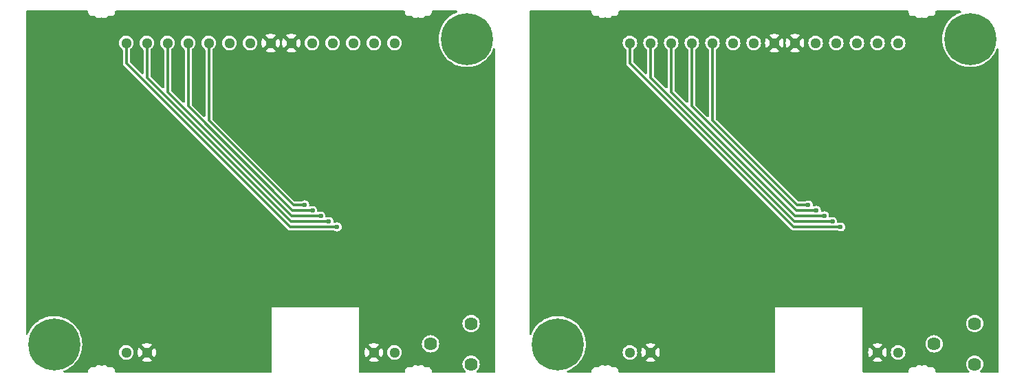
<source format=gbl>
G04 #@! TF.GenerationSoftware,KiCad,Pcbnew,7.0.8*
G04 #@! TF.CreationDate,2023-12-11T19:30:21+01:00*
G04 #@! TF.ProjectId,dogs102,646f6773-3130-4322-9e6b-696361645f70,rev?*
G04 #@! TF.SameCoordinates,Original*
G04 #@! TF.FileFunction,Copper,L2,Bot*
G04 #@! TF.FilePolarity,Positive*
%FSLAX46Y46*%
G04 Gerber Fmt 4.6, Leading zero omitted, Abs format (unit mm)*
G04 Created by KiCad (PCBNEW 7.0.8) date 2023-12-11 19:30:21*
%MOMM*%
%LPD*%
G01*
G04 APERTURE LIST*
G04 #@! TA.AperFunction,ComponentPad*
%ADD10C,0.800000*%
G04 #@! TD*
G04 #@! TA.AperFunction,ComponentPad*
%ADD11C,6.400000*%
G04 #@! TD*
G04 #@! TA.AperFunction,ComponentPad*
%ADD12C,1.280000*%
G04 #@! TD*
G04 #@! TA.AperFunction,ComponentPad*
%ADD13C,1.620000*%
G04 #@! TD*
G04 #@! TA.AperFunction,ViaPad*
%ADD14C,0.600000*%
G04 #@! TD*
G04 #@! TA.AperFunction,Conductor*
%ADD15C,0.350000*%
G04 #@! TD*
G04 APERTURE END LIST*
D10*
X119266000Y-123444000D03*
X119968944Y-121746944D03*
X119968944Y-125141056D03*
X121666000Y-121044000D03*
D11*
X121666000Y-123444000D03*
D10*
X121666000Y-125844000D03*
X123363056Y-121746944D03*
X123363056Y-125141056D03*
X124066000Y-123444000D03*
X170066000Y-85852000D03*
X170768944Y-84154944D03*
X170768944Y-87549056D03*
X172466000Y-83452000D03*
D11*
X172466000Y-85852000D03*
D10*
X172466000Y-88252000D03*
X174163056Y-84154944D03*
X174163056Y-87549056D03*
X174866000Y-85852000D03*
D12*
X130556000Y-124460000D03*
X133096000Y-124460000D03*
X161036000Y-124460000D03*
X163576000Y-124460000D03*
X163576000Y-86360000D03*
X161036000Y-86360000D03*
X158496000Y-86360000D03*
X155956000Y-86360000D03*
X153416000Y-86360000D03*
X150876000Y-86360000D03*
X148336000Y-86360000D03*
X145796000Y-86360000D03*
X143256000Y-86360000D03*
X140716000Y-86360000D03*
X138176000Y-86360000D03*
X135636000Y-86360000D03*
X133096000Y-86360000D03*
X130556000Y-86360000D03*
D13*
X173010000Y-120900000D03*
X168010000Y-123400000D03*
X173010000Y-125900000D03*
D12*
X192556000Y-124460000D03*
X195096000Y-124460000D03*
X223036000Y-124460000D03*
X225576000Y-124460000D03*
X225576000Y-86360000D03*
X223036000Y-86360000D03*
X220496000Y-86360000D03*
X217956000Y-86360000D03*
X215416000Y-86360000D03*
X212876000Y-86360000D03*
X210336000Y-86360000D03*
X207796000Y-86360000D03*
X205256000Y-86360000D03*
X202716000Y-86360000D03*
X200176000Y-86360000D03*
X197636000Y-86360000D03*
X195096000Y-86360000D03*
X192556000Y-86360000D03*
D10*
X232066000Y-85852000D03*
X232768944Y-84154944D03*
X232768944Y-87549056D03*
X234466000Y-83452000D03*
D11*
X234466000Y-85852000D03*
D10*
X234466000Y-88252000D03*
X236163056Y-84154944D03*
X236163056Y-87549056D03*
X236866000Y-85852000D03*
D13*
X235010000Y-120900000D03*
X230010000Y-123400000D03*
X235010000Y-125900000D03*
D10*
X181266000Y-123444000D03*
X181968944Y-121746944D03*
X181968944Y-125141056D03*
X183666000Y-121044000D03*
D11*
X183666000Y-123444000D03*
D10*
X183666000Y-125844000D03*
X185363056Y-121746944D03*
X185363056Y-125141056D03*
X186066000Y-123444000D03*
D14*
X214510000Y-106302000D03*
X152510000Y-106302000D03*
X215510000Y-106976500D03*
X153510000Y-106976500D03*
X154510000Y-107651000D03*
X216510000Y-107651000D03*
X217510000Y-108325500D03*
X155510000Y-108325500D03*
X156510000Y-109000000D03*
X218510000Y-109000000D03*
D15*
X214510000Y-106302000D02*
X213123272Y-106302000D01*
X151123272Y-106302000D02*
X140716000Y-95894728D01*
X213123272Y-106302000D02*
X202716000Y-95894728D01*
X202716000Y-95894728D02*
X202716000Y-86360000D01*
X140716000Y-95894728D02*
X140716000Y-86360000D01*
X152510000Y-106302000D02*
X151123272Y-106302000D01*
X138176000Y-94132546D02*
X138176000Y-86360000D01*
X153510000Y-106976500D02*
X151019954Y-106976500D01*
X213019954Y-106976500D02*
X200176000Y-94132546D01*
X151019954Y-106976500D02*
X138176000Y-94132546D01*
X200176000Y-94132546D02*
X200176000Y-86360000D01*
X215510000Y-106976500D02*
X213019954Y-106976500D01*
X197636000Y-92370364D02*
X197636000Y-86360000D01*
X154510000Y-107651000D02*
X150916636Y-107651000D01*
X150916636Y-107651000D02*
X135636000Y-92370364D01*
X212916636Y-107651000D02*
X197636000Y-92370364D01*
X135636000Y-92370364D02*
X135636000Y-86360000D01*
X216510000Y-107651000D02*
X212916636Y-107651000D01*
X195096000Y-90608182D02*
X195096000Y-86360000D01*
X217510000Y-108325500D02*
X212813318Y-108325500D01*
X212813318Y-108325500D02*
X195096000Y-90608182D01*
X155510000Y-108325500D02*
X150813318Y-108325500D01*
X150813318Y-108325500D02*
X133096000Y-90608182D01*
X133096000Y-90608182D02*
X133096000Y-86360000D01*
X130556000Y-88846000D02*
X130556000Y-86360000D01*
X212710000Y-109000000D02*
X192556000Y-88846000D01*
X192556000Y-88846000D02*
X192556000Y-86360000D01*
X218510000Y-109000000D02*
X212710000Y-109000000D01*
X150710000Y-109000000D02*
X130556000Y-88846000D01*
X156510000Y-109000000D02*
X150710000Y-109000000D01*
G04 #@! TA.AperFunction,Conductor*
G36*
X125735566Y-82375360D02*
G01*
X125802592Y-82395079D01*
X125848320Y-82447906D01*
X125859500Y-82499360D01*
X125859500Y-82621963D01*
X125900045Y-82760050D01*
X125900047Y-82760053D01*
X125977857Y-82881128D01*
X126086627Y-82975377D01*
X126217543Y-83035165D01*
X126324201Y-83050500D01*
X126324204Y-83050500D01*
X126395796Y-83050500D01*
X126395799Y-83050500D01*
X126502457Y-83035165D01*
X126569954Y-83004339D01*
X126639110Y-82994396D01*
X126702666Y-83023420D01*
X126725779Y-83050094D01*
X126777855Y-83131125D01*
X126777857Y-83131128D01*
X126886627Y-83225377D01*
X127017543Y-83285165D01*
X127124201Y-83300500D01*
X127124204Y-83300500D01*
X127195796Y-83300500D01*
X127195799Y-83300500D01*
X127302457Y-83285165D01*
X127433373Y-83225377D01*
X127433382Y-83225368D01*
X127440833Y-83220582D01*
X127442456Y-83223108D01*
X127492326Y-83200320D01*
X127561487Y-83210248D01*
X127578699Y-83221310D01*
X127579167Y-83220582D01*
X127586619Y-83225370D01*
X127586627Y-83225377D01*
X127717543Y-83285165D01*
X127824201Y-83300500D01*
X127824204Y-83300500D01*
X127895796Y-83300500D01*
X127895799Y-83300500D01*
X128002457Y-83285165D01*
X128133373Y-83225377D01*
X128242143Y-83131128D01*
X128294220Y-83050094D01*
X128347021Y-83004340D01*
X128416179Y-82994396D01*
X128450047Y-83004340D01*
X128517543Y-83035165D01*
X128624201Y-83050500D01*
X128624204Y-83050500D01*
X128695796Y-83050500D01*
X128695799Y-83050500D01*
X128802457Y-83035165D01*
X128933373Y-82975377D01*
X129042143Y-82881128D01*
X129119953Y-82760053D01*
X129160500Y-82621961D01*
X129160500Y-82499500D01*
X129180185Y-82432461D01*
X129232989Y-82386706D01*
X129284500Y-82375500D01*
X164735500Y-82375500D01*
X164802539Y-82395185D01*
X164848294Y-82447989D01*
X164859500Y-82499500D01*
X164859500Y-82621963D01*
X164900045Y-82760050D01*
X164900047Y-82760053D01*
X164977857Y-82881128D01*
X165086627Y-82975377D01*
X165217543Y-83035165D01*
X165324201Y-83050500D01*
X165324204Y-83050500D01*
X165395796Y-83050500D01*
X165395799Y-83050500D01*
X165502457Y-83035165D01*
X165569954Y-83004339D01*
X165639110Y-82994396D01*
X165702666Y-83023420D01*
X165725779Y-83050094D01*
X165777855Y-83131125D01*
X165777857Y-83131128D01*
X165886627Y-83225377D01*
X166017543Y-83285165D01*
X166124201Y-83300500D01*
X166124204Y-83300500D01*
X166195796Y-83300500D01*
X166195799Y-83300500D01*
X166302457Y-83285165D01*
X166433373Y-83225377D01*
X166433382Y-83225368D01*
X166440833Y-83220582D01*
X166442456Y-83223108D01*
X166492326Y-83200320D01*
X166561487Y-83210248D01*
X166578699Y-83221310D01*
X166579167Y-83220582D01*
X166586619Y-83225370D01*
X166586627Y-83225377D01*
X166717543Y-83285165D01*
X166824201Y-83300500D01*
X166824204Y-83300500D01*
X166895796Y-83300500D01*
X166895799Y-83300500D01*
X167002457Y-83285165D01*
X167133373Y-83225377D01*
X167242143Y-83131128D01*
X167294220Y-83050094D01*
X167347021Y-83004340D01*
X167416179Y-82994396D01*
X167450047Y-83004340D01*
X167517543Y-83035165D01*
X167624201Y-83050500D01*
X167624204Y-83050500D01*
X167695796Y-83050500D01*
X167695799Y-83050500D01*
X167802457Y-83035165D01*
X167933373Y-82975377D01*
X168042143Y-82881128D01*
X168119953Y-82760053D01*
X168160500Y-82621961D01*
X168160500Y-82499363D01*
X168180185Y-82432324D01*
X168232989Y-82386569D01*
X168284437Y-82375363D01*
X171213275Y-82373900D01*
X171280323Y-82393551D01*
X171326105Y-82446332D01*
X171336083Y-82515486D01*
X171307089Y-82579056D01*
X171252930Y-82615409D01*
X171185480Y-82638136D01*
X171185477Y-82638137D01*
X171185466Y-82638141D01*
X170845514Y-82795420D01*
X170845501Y-82795427D01*
X170578399Y-82956137D01*
X170524532Y-82988549D01*
X170496244Y-83010053D01*
X170226328Y-83215236D01*
X170226319Y-83215244D01*
X169954364Y-83472853D01*
X169711856Y-83758355D01*
X169501647Y-84068388D01*
X169326173Y-84399369D01*
X169326171Y-84399372D01*
X169187522Y-84747356D01*
X169187521Y-84747358D01*
X169087311Y-85108285D01*
X169087306Y-85108306D01*
X169026707Y-85477939D01*
X169026706Y-85477956D01*
X169006426Y-85851997D01*
X169006426Y-85852002D01*
X169026706Y-86226043D01*
X169026707Y-86226060D01*
X169087306Y-86595693D01*
X169087311Y-86595714D01*
X169187521Y-86956641D01*
X169187522Y-86956643D01*
X169326171Y-87304627D01*
X169326173Y-87304630D01*
X169326176Y-87304637D01*
X169501639Y-87635597D01*
X169501641Y-87635600D01*
X169501647Y-87635611D01*
X169711856Y-87945644D01*
X169711857Y-87945645D01*
X169954365Y-88231147D01*
X170226319Y-88488756D01*
X170524532Y-88715451D01*
X170845506Y-88908575D01*
X170845510Y-88908576D01*
X170845514Y-88908579D01*
X171002927Y-88981406D01*
X171185480Y-89065864D01*
X171540466Y-89185473D01*
X171906303Y-89265999D01*
X172278702Y-89306500D01*
X172278708Y-89306500D01*
X172653292Y-89306500D01*
X172653298Y-89306500D01*
X173025697Y-89265999D01*
X173391534Y-89185473D01*
X173746520Y-89065864D01*
X174086494Y-88908575D01*
X174407468Y-88715451D01*
X174705681Y-88488756D01*
X174977635Y-88231147D01*
X175220143Y-87945645D01*
X175430361Y-87635597D01*
X175605824Y-87304637D01*
X175707307Y-87049933D01*
X175750407Y-86994942D01*
X175816396Y-86971981D01*
X175884323Y-86988342D01*
X175932622Y-87038830D01*
X175946500Y-87095831D01*
X175946500Y-126800500D01*
X175926815Y-126867539D01*
X175874011Y-126913294D01*
X175822500Y-126924500D01*
X173786181Y-126924500D01*
X173719142Y-126904815D01*
X173673387Y-126852011D01*
X173663443Y-126782853D01*
X173692468Y-126719297D01*
X173707516Y-126704647D01*
X173766357Y-126656357D01*
X173899382Y-126494266D01*
X173998229Y-126309338D01*
X174059098Y-126108679D01*
X174079651Y-125900000D01*
X174059098Y-125691321D01*
X173998229Y-125490662D01*
X173899382Y-125305734D01*
X173835268Y-125227611D01*
X173766357Y-125143642D01*
X173604269Y-125010620D01*
X173604267Y-125010619D01*
X173604266Y-125010618D01*
X173419338Y-124911771D01*
X173319008Y-124881336D01*
X173218677Y-124850901D01*
X173010000Y-124830349D01*
X172801322Y-124850901D01*
X172600659Y-124911772D01*
X172415730Y-125010620D01*
X172253642Y-125143642D01*
X172120620Y-125305730D01*
X172021772Y-125490659D01*
X171960901Y-125691322D01*
X171940349Y-125900000D01*
X171960901Y-126108677D01*
X172021771Y-126309338D01*
X172120620Y-126494269D01*
X172253642Y-126656357D01*
X172312484Y-126704647D01*
X172351818Y-126762392D01*
X172353689Y-126832237D01*
X172317502Y-126892005D01*
X172254746Y-126922721D01*
X172233819Y-126924500D01*
X168284500Y-126924500D01*
X168217461Y-126904815D01*
X168171706Y-126852011D01*
X168160500Y-126800500D01*
X168160500Y-126678038D01*
X168160499Y-126678036D01*
X168119954Y-126539949D01*
X168119953Y-126539947D01*
X168042143Y-126418872D01*
X167933373Y-126324623D01*
X167895772Y-126307451D01*
X167802456Y-126264834D01*
X167722611Y-126253355D01*
X167695799Y-126249500D01*
X167624201Y-126249500D01*
X167610794Y-126251427D01*
X167517543Y-126264834D01*
X167450044Y-126295660D01*
X167380886Y-126305603D01*
X167317330Y-126276577D01*
X167294221Y-126249908D01*
X167242143Y-126168872D01*
X167133373Y-126074623D01*
X167133371Y-126074622D01*
X167002456Y-126014834D01*
X166922611Y-126003355D01*
X166895799Y-125999500D01*
X166824201Y-125999500D01*
X166810794Y-126001427D01*
X166717543Y-126014834D01*
X166586628Y-126074622D01*
X166579166Y-126079418D01*
X166577544Y-126076895D01*
X166527645Y-126099683D01*
X166458487Y-126089739D01*
X166441299Y-126078693D01*
X166440834Y-126079418D01*
X166433371Y-126074622D01*
X166302456Y-126014834D01*
X166222611Y-126003355D01*
X166195799Y-125999500D01*
X166124201Y-125999500D01*
X166110794Y-126001427D01*
X166017543Y-126014834D01*
X165886628Y-126074622D01*
X165886626Y-126074623D01*
X165777855Y-126168874D01*
X165725779Y-126249905D01*
X165672975Y-126295660D01*
X165603816Y-126305603D01*
X165569953Y-126295659D01*
X165502458Y-126264835D01*
X165466904Y-126259723D01*
X165395799Y-126249500D01*
X165324201Y-126249500D01*
X165310794Y-126251427D01*
X165217543Y-126264834D01*
X165086628Y-126324622D01*
X165086626Y-126324623D01*
X164977856Y-126418873D01*
X164900045Y-126539949D01*
X164859500Y-126678036D01*
X164859500Y-126800500D01*
X164839815Y-126867539D01*
X164787011Y-126913294D01*
X164735500Y-126924500D01*
X159309500Y-126924500D01*
X159242461Y-126904815D01*
X159196706Y-126852011D01*
X159185500Y-126800500D01*
X159185500Y-124460000D01*
X159891116Y-124460000D01*
X159910609Y-124670369D01*
X159968427Y-124873582D01*
X160062596Y-125062698D01*
X160062601Y-125062706D01*
X160069975Y-125072470D01*
X160646786Y-124495659D01*
X160660465Y-124582019D01*
X160716551Y-124692093D01*
X160803907Y-124779449D01*
X160913981Y-124835535D01*
X161000339Y-124849212D01*
X160426255Y-125423296D01*
X160426256Y-125423297D01*
X160525677Y-125484856D01*
X160525683Y-125484859D01*
X160722685Y-125561177D01*
X160930365Y-125600000D01*
X161141635Y-125600000D01*
X161349314Y-125561177D01*
X161546318Y-125484858D01*
X161546319Y-125484857D01*
X161645743Y-125423296D01*
X161071660Y-124849212D01*
X161158019Y-124835535D01*
X161268093Y-124779449D01*
X161355449Y-124692093D01*
X161411535Y-124582019D01*
X161425212Y-124495659D01*
X162002022Y-125072469D01*
X162002024Y-125072469D01*
X162009398Y-125062705D01*
X162009401Y-125062701D01*
X162103572Y-124873581D01*
X162161390Y-124670369D01*
X162180884Y-124460000D01*
X162676573Y-124460000D01*
X162696228Y-124647003D01*
X162696229Y-124647005D01*
X162754333Y-124825831D01*
X162754334Y-124825833D01*
X162803951Y-124911772D01*
X162848348Y-124988670D01*
X162868112Y-125010620D01*
X162974160Y-125128400D01*
X162974163Y-125128402D01*
X162974166Y-125128405D01*
X163088256Y-125211296D01*
X163126287Y-125238928D01*
X163192226Y-125268285D01*
X163298062Y-125315406D01*
X163481984Y-125354500D01*
X163670016Y-125354500D01*
X163853938Y-125315406D01*
X164025714Y-125238927D01*
X164177834Y-125128405D01*
X164303652Y-124988670D01*
X164397667Y-124825830D01*
X164455772Y-124647001D01*
X164475427Y-124460000D01*
X164455772Y-124272999D01*
X164397667Y-124094170D01*
X164303652Y-123931330D01*
X164236994Y-123857299D01*
X164177839Y-123791599D01*
X164177836Y-123791597D01*
X164177835Y-123791596D01*
X164177834Y-123791595D01*
X164101774Y-123736334D01*
X164025712Y-123681071D01*
X163863113Y-123608679D01*
X163853938Y-123604594D01*
X163853936Y-123604593D01*
X163670016Y-123565500D01*
X163481984Y-123565500D01*
X163298062Y-123604593D01*
X163298057Y-123604595D01*
X163126287Y-123681073D01*
X163126282Y-123681075D01*
X162974167Y-123791593D01*
X162974160Y-123791599D01*
X162848347Y-123931331D01*
X162754334Y-124094166D01*
X162754333Y-124094168D01*
X162696229Y-124272994D01*
X162696228Y-124272996D01*
X162676573Y-124460000D01*
X162180884Y-124460000D01*
X162180884Y-124459999D01*
X162161390Y-124249630D01*
X162103572Y-124046417D01*
X162009403Y-123857302D01*
X162009401Y-123857299D01*
X162002023Y-123847529D01*
X161425212Y-124424339D01*
X161411535Y-124337981D01*
X161355449Y-124227907D01*
X161268093Y-124140551D01*
X161158019Y-124084465D01*
X161071659Y-124070786D01*
X161645743Y-123496702D01*
X161645742Y-123496701D01*
X161546322Y-123435144D01*
X161546316Y-123435140D01*
X161455608Y-123400000D01*
X166940349Y-123400000D01*
X166960901Y-123608677D01*
X166960902Y-123608679D01*
X167016389Y-123791597D01*
X167021772Y-123809340D01*
X167120620Y-123994269D01*
X167253642Y-124156357D01*
X167395771Y-124272999D01*
X167415734Y-124289382D01*
X167600662Y-124388229D01*
X167801321Y-124449098D01*
X168010000Y-124469651D01*
X168218679Y-124449098D01*
X168419338Y-124388229D01*
X168604266Y-124289382D01*
X168766357Y-124156357D01*
X168899382Y-123994266D01*
X168998229Y-123809338D01*
X169059098Y-123608679D01*
X169079651Y-123400000D01*
X169059098Y-123191321D01*
X168998229Y-122990662D01*
X168899382Y-122805734D01*
X168899379Y-122805730D01*
X168766357Y-122643642D01*
X168604269Y-122510620D01*
X168604267Y-122510619D01*
X168604266Y-122510618D01*
X168419338Y-122411771D01*
X168319008Y-122381336D01*
X168218677Y-122350901D01*
X168010000Y-122330349D01*
X167801322Y-122350901D01*
X167600659Y-122411772D01*
X167415730Y-122510620D01*
X167253642Y-122643642D01*
X167120620Y-122805730D01*
X167021772Y-122990659D01*
X166960901Y-123191322D01*
X166940349Y-123400000D01*
X161455608Y-123400000D01*
X161349314Y-123358822D01*
X161141635Y-123320000D01*
X160930365Y-123320000D01*
X160722680Y-123358823D01*
X160525691Y-123435137D01*
X160525678Y-123435143D01*
X160426255Y-123496702D01*
X161000340Y-124070786D01*
X160913981Y-124084465D01*
X160803907Y-124140551D01*
X160716551Y-124227907D01*
X160660465Y-124337981D01*
X160646787Y-124424340D01*
X160069975Y-123847529D01*
X160062600Y-123857296D01*
X159968427Y-124046418D01*
X159910609Y-124249630D01*
X159891116Y-124459999D01*
X159891116Y-124460000D01*
X159185500Y-124460000D01*
X159185500Y-120900000D01*
X171940349Y-120900000D01*
X171960901Y-121108677D01*
X172021772Y-121309340D01*
X172120620Y-121494269D01*
X172253642Y-121656357D01*
X172415730Y-121789379D01*
X172415734Y-121789382D01*
X172600662Y-121888229D01*
X172801321Y-121949098D01*
X173010000Y-121969651D01*
X173218679Y-121949098D01*
X173419338Y-121888229D01*
X173604266Y-121789382D01*
X173766357Y-121656357D01*
X173899382Y-121494266D01*
X173998229Y-121309338D01*
X174059098Y-121108679D01*
X174079651Y-120900000D01*
X174059098Y-120691321D01*
X173998229Y-120490662D01*
X173899382Y-120305734D01*
X173899379Y-120305730D01*
X173766357Y-120143642D01*
X173604269Y-120010620D01*
X173604267Y-120010619D01*
X173604266Y-120010618D01*
X173419338Y-119911771D01*
X173319008Y-119881336D01*
X173218677Y-119850901D01*
X173010000Y-119830349D01*
X172801322Y-119850901D01*
X172600659Y-119911772D01*
X172415730Y-120010620D01*
X172253642Y-120143642D01*
X172120620Y-120305730D01*
X172021772Y-120490659D01*
X171960901Y-120691322D01*
X171940349Y-120900000D01*
X159185500Y-120900000D01*
X159185500Y-119045352D01*
X159187384Y-119023818D01*
X159189122Y-119013955D01*
X159189124Y-119013952D01*
X159187384Y-119004083D01*
X159186218Y-118990761D01*
X159184781Y-118982611D01*
X159181322Y-118969699D01*
X159179581Y-118959829D01*
X159179581Y-118959828D01*
X159179579Y-118959827D01*
X159176061Y-118953733D01*
X159171549Y-118948355D01*
X159162866Y-118943342D01*
X159145161Y-118930945D01*
X159137480Y-118924500D01*
X159130879Y-118922097D01*
X159123952Y-118920876D01*
X159123951Y-118920876D01*
X159120217Y-118921534D01*
X159114081Y-118922616D01*
X159092552Y-118924500D01*
X148555352Y-118924500D01*
X148533818Y-118922616D01*
X148523952Y-118920876D01*
X148523951Y-118920876D01*
X148520217Y-118921534D01*
X148514081Y-118922616D01*
X148500767Y-118923781D01*
X148492620Y-118925217D01*
X148479711Y-118928675D01*
X148469827Y-118930418D01*
X148463740Y-118933932D01*
X148458354Y-118938452D01*
X148453338Y-118947139D01*
X148440949Y-118964832D01*
X148434500Y-118972517D01*
X148432098Y-118979118D01*
X148430876Y-118986048D01*
X148432616Y-118995915D01*
X148434500Y-119017447D01*
X148434500Y-126800500D01*
X148414815Y-126867539D01*
X148362011Y-126913294D01*
X148310500Y-126924500D01*
X129284500Y-126924500D01*
X129217461Y-126904815D01*
X129171706Y-126852011D01*
X129160500Y-126800500D01*
X129160500Y-126678038D01*
X129160499Y-126678036D01*
X129119954Y-126539949D01*
X129119953Y-126539947D01*
X129042143Y-126418872D01*
X128933373Y-126324623D01*
X128895772Y-126307451D01*
X128802456Y-126264834D01*
X128722611Y-126253355D01*
X128695799Y-126249500D01*
X128624201Y-126249500D01*
X128610794Y-126251427D01*
X128517543Y-126264834D01*
X128450044Y-126295660D01*
X128380886Y-126305603D01*
X128317330Y-126276577D01*
X128294221Y-126249908D01*
X128242143Y-126168872D01*
X128133373Y-126074623D01*
X128133371Y-126074622D01*
X128002456Y-126014834D01*
X127922611Y-126003355D01*
X127895799Y-125999500D01*
X127824201Y-125999500D01*
X127810794Y-126001427D01*
X127717543Y-126014834D01*
X127586628Y-126074622D01*
X127579166Y-126079418D01*
X127577544Y-126076895D01*
X127527645Y-126099683D01*
X127458487Y-126089739D01*
X127441299Y-126078693D01*
X127440834Y-126079418D01*
X127433371Y-126074622D01*
X127302456Y-126014834D01*
X127222611Y-126003355D01*
X127195799Y-125999500D01*
X127124201Y-125999500D01*
X127110794Y-126001427D01*
X127017543Y-126014834D01*
X126886628Y-126074622D01*
X126886626Y-126074623D01*
X126777855Y-126168874D01*
X126725779Y-126249905D01*
X126672975Y-126295660D01*
X126603816Y-126305603D01*
X126569953Y-126295659D01*
X126502458Y-126264835D01*
X126466904Y-126259723D01*
X126395799Y-126249500D01*
X126324201Y-126249500D01*
X126310794Y-126251427D01*
X126217543Y-126264834D01*
X126086628Y-126324622D01*
X126086626Y-126324623D01*
X125977856Y-126418873D01*
X125900045Y-126539949D01*
X125859500Y-126678036D01*
X125859500Y-126800500D01*
X125839815Y-126867539D01*
X125787011Y-126913294D01*
X125735500Y-126924500D01*
X122911539Y-126924500D01*
X122844500Y-126904815D01*
X122798745Y-126852011D01*
X122788801Y-126782853D01*
X122817826Y-126719297D01*
X122871944Y-126682991D01*
X122946520Y-126657864D01*
X123286494Y-126500575D01*
X123607468Y-126307451D01*
X123905681Y-126080756D01*
X124177635Y-125823147D01*
X124420143Y-125537645D01*
X124577383Y-125305734D01*
X124630352Y-125227611D01*
X124630353Y-125227607D01*
X124630361Y-125227597D01*
X124805824Y-124896637D01*
X124944476Y-124548647D01*
X124966410Y-124469650D01*
X124969089Y-124460000D01*
X129656573Y-124460000D01*
X129676228Y-124647003D01*
X129676229Y-124647005D01*
X129734333Y-124825831D01*
X129734334Y-124825833D01*
X129783951Y-124911772D01*
X129828348Y-124988670D01*
X129848112Y-125010620D01*
X129954160Y-125128400D01*
X129954163Y-125128402D01*
X129954166Y-125128405D01*
X130068256Y-125211296D01*
X130106287Y-125238928D01*
X130172226Y-125268285D01*
X130278062Y-125315406D01*
X130461984Y-125354500D01*
X130650016Y-125354500D01*
X130833938Y-125315406D01*
X131005714Y-125238927D01*
X131157834Y-125128405D01*
X131283652Y-124988670D01*
X131377667Y-124825830D01*
X131435772Y-124647001D01*
X131455427Y-124460000D01*
X131951116Y-124460000D01*
X131970609Y-124670369D01*
X132028427Y-124873582D01*
X132122596Y-125062698D01*
X132122601Y-125062706D01*
X132129975Y-125072470D01*
X132706786Y-124495659D01*
X132720465Y-124582019D01*
X132776551Y-124692093D01*
X132863907Y-124779449D01*
X132973981Y-124835535D01*
X133060339Y-124849212D01*
X132486255Y-125423296D01*
X132486256Y-125423297D01*
X132585677Y-125484856D01*
X132585683Y-125484859D01*
X132782685Y-125561177D01*
X132990365Y-125600000D01*
X133201635Y-125600000D01*
X133409314Y-125561177D01*
X133606318Y-125484858D01*
X133606319Y-125484857D01*
X133705743Y-125423296D01*
X133131660Y-124849212D01*
X133218019Y-124835535D01*
X133328093Y-124779449D01*
X133415449Y-124692093D01*
X133471535Y-124582019D01*
X133485212Y-124495660D01*
X134062022Y-125072469D01*
X134062024Y-125072469D01*
X134069398Y-125062705D01*
X134069401Y-125062701D01*
X134163572Y-124873581D01*
X134221390Y-124670369D01*
X134240884Y-124460000D01*
X134240884Y-124459999D01*
X134221390Y-124249630D01*
X134163572Y-124046417D01*
X134069403Y-123857302D01*
X134069401Y-123857299D01*
X134062023Y-123847529D01*
X133485212Y-124424339D01*
X133471535Y-124337981D01*
X133415449Y-124227907D01*
X133328093Y-124140551D01*
X133218019Y-124084465D01*
X133131659Y-124070786D01*
X133705743Y-123496702D01*
X133705742Y-123496701D01*
X133606322Y-123435144D01*
X133606316Y-123435140D01*
X133409314Y-123358822D01*
X133201635Y-123320000D01*
X132990365Y-123320000D01*
X132782680Y-123358823D01*
X132585691Y-123435137D01*
X132585678Y-123435143D01*
X132486255Y-123496702D01*
X133060340Y-124070786D01*
X132973981Y-124084465D01*
X132863907Y-124140551D01*
X132776551Y-124227907D01*
X132720465Y-124337981D01*
X132706787Y-124424340D01*
X132129975Y-123847529D01*
X132122600Y-123857296D01*
X132028427Y-124046418D01*
X131970609Y-124249630D01*
X131951116Y-124459999D01*
X131951116Y-124460000D01*
X131455427Y-124460000D01*
X131435772Y-124272999D01*
X131377667Y-124094170D01*
X131283652Y-123931330D01*
X131216994Y-123857299D01*
X131157839Y-123791599D01*
X131157836Y-123791597D01*
X131157835Y-123791596D01*
X131157834Y-123791595D01*
X131081774Y-123736334D01*
X131005712Y-123681071D01*
X130843113Y-123608679D01*
X130833938Y-123604594D01*
X130833936Y-123604593D01*
X130650016Y-123565500D01*
X130461984Y-123565500D01*
X130278062Y-123604593D01*
X130278057Y-123604595D01*
X130106287Y-123681073D01*
X130106282Y-123681075D01*
X129954167Y-123791593D01*
X129954160Y-123791599D01*
X129828347Y-123931331D01*
X129734334Y-124094166D01*
X129734333Y-124094168D01*
X129676229Y-124272994D01*
X129676228Y-124272996D01*
X129656573Y-124460000D01*
X124969089Y-124460000D01*
X125002967Y-124337981D01*
X125044691Y-124187706D01*
X125086722Y-123931330D01*
X125105292Y-123818060D01*
X125105292Y-123818057D01*
X125105294Y-123818046D01*
X125125574Y-123444000D01*
X125125093Y-123435137D01*
X125111874Y-123191321D01*
X125105294Y-123069954D01*
X125092294Y-122990659D01*
X125044693Y-122700306D01*
X125044692Y-122700305D01*
X125044691Y-122700294D01*
X124947683Y-122350902D01*
X124944478Y-122339358D01*
X124944477Y-122339356D01*
X124805828Y-121991372D01*
X124805826Y-121991369D01*
X124805824Y-121991363D01*
X124630361Y-121660403D01*
X124630356Y-121660395D01*
X124630352Y-121660388D01*
X124420143Y-121350355D01*
X124177635Y-121064853D01*
X123905681Y-120807244D01*
X123905674Y-120807238D01*
X123905671Y-120807236D01*
X123834933Y-120753463D01*
X123607468Y-120580549D01*
X123394229Y-120452247D01*
X123286498Y-120387427D01*
X123286485Y-120387420D01*
X122946530Y-120230140D01*
X122946525Y-120230138D01*
X122946520Y-120230136D01*
X122689816Y-120143642D01*
X122591533Y-120110526D01*
X122225696Y-120030000D01*
X121853299Y-119989500D01*
X121853298Y-119989500D01*
X121478702Y-119989500D01*
X121478700Y-119989500D01*
X121106303Y-120030000D01*
X120740466Y-120110526D01*
X120466052Y-120202987D01*
X120385480Y-120230136D01*
X120385477Y-120230137D01*
X120385469Y-120230140D01*
X120045514Y-120387420D01*
X120045501Y-120387427D01*
X119778399Y-120548137D01*
X119724532Y-120580549D01*
X119632100Y-120650813D01*
X119426328Y-120807236D01*
X119426319Y-120807244D01*
X119154364Y-121064853D01*
X118911856Y-121350355D01*
X118701647Y-121660388D01*
X118701639Y-121660402D01*
X118701639Y-121660403D01*
X118537688Y-121969650D01*
X118526173Y-121991369D01*
X118526171Y-121991372D01*
X118424693Y-122246065D01*
X118381593Y-122301057D01*
X118315603Y-122324018D01*
X118247676Y-122307657D01*
X118199378Y-122257169D01*
X118185500Y-122200168D01*
X118185500Y-86360000D01*
X129656573Y-86360000D01*
X129676228Y-86547003D01*
X129676229Y-86547005D01*
X129734333Y-86725831D01*
X129734334Y-86725833D01*
X129761902Y-86773582D01*
X129828348Y-86888670D01*
X129872175Y-86937345D01*
X129954160Y-87028400D01*
X129954166Y-87028405D01*
X130075386Y-87116477D01*
X130118051Y-87171804D01*
X130126500Y-87216793D01*
X130126500Y-88818396D01*
X130126110Y-88825344D01*
X130121951Y-88862240D01*
X130132497Y-88917972D01*
X130140946Y-88974026D01*
X130143349Y-88981819D01*
X130146020Y-88989452D01*
X130172517Y-89039587D01*
X130197121Y-89090679D01*
X130201683Y-89097369D01*
X130206521Y-89103924D01*
X130206522Y-89103926D01*
X130246615Y-89144019D01*
X130285079Y-89185473D01*
X130285189Y-89185591D01*
X130292453Y-89191384D01*
X130291899Y-89192078D01*
X130303825Y-89201229D01*
X150386780Y-109284185D01*
X150391417Y-109289374D01*
X150414566Y-109318402D01*
X150461423Y-109350348D01*
X150507042Y-109384017D01*
X150514220Y-109387811D01*
X150521539Y-109391335D01*
X150521542Y-109391337D01*
X150575734Y-109408053D01*
X150629249Y-109426779D01*
X150629251Y-109426779D01*
X150637249Y-109428292D01*
X150645262Y-109429500D01*
X150645263Y-109429500D01*
X150701987Y-109429500D01*
X150758629Y-109431619D01*
X150758629Y-109431618D01*
X150758632Y-109431619D01*
X150758634Y-109431618D01*
X150767862Y-109430579D01*
X150767961Y-109431461D01*
X150782864Y-109429500D01*
X156116776Y-109429500D01*
X156183815Y-109449185D01*
X156192262Y-109455124D01*
X156218201Y-109475027D01*
X156230357Y-109484355D01*
X156230359Y-109484355D01*
X156230361Y-109484357D01*
X156297801Y-109512291D01*
X156365246Y-109540228D01*
X156437623Y-109549756D01*
X156509999Y-109559285D01*
X156510000Y-109559285D01*
X156510001Y-109559285D01*
X156558251Y-109552932D01*
X156654754Y-109540228D01*
X156789643Y-109484355D01*
X156905474Y-109395474D01*
X156994355Y-109279643D01*
X157050228Y-109144754D01*
X157069285Y-109000000D01*
X157050228Y-108855246D01*
X156994355Y-108720358D01*
X156905474Y-108604526D01*
X156789643Y-108515645D01*
X156789640Y-108515644D01*
X156789638Y-108515642D01*
X156654757Y-108459773D01*
X156654752Y-108459771D01*
X156510001Y-108440715D01*
X156509999Y-108440715D01*
X156365247Y-108459771D01*
X156365242Y-108459773D01*
X156231942Y-108514987D01*
X156162472Y-108522456D01*
X156099993Y-108491180D01*
X156064342Y-108431091D01*
X156061551Y-108384243D01*
X156069285Y-108325500D01*
X156050228Y-108180746D01*
X155994355Y-108045858D01*
X155905474Y-107930026D01*
X155789643Y-107841145D01*
X155789640Y-107841144D01*
X155789638Y-107841142D01*
X155654757Y-107785273D01*
X155654752Y-107785271D01*
X155510001Y-107766215D01*
X155509999Y-107766215D01*
X155365247Y-107785271D01*
X155365242Y-107785273D01*
X155231942Y-107840487D01*
X155162472Y-107847956D01*
X155099993Y-107816680D01*
X155064342Y-107756591D01*
X155061551Y-107709743D01*
X155069285Y-107651000D01*
X155050228Y-107506246D01*
X154994355Y-107371358D01*
X154905474Y-107255526D01*
X154789643Y-107166645D01*
X154789640Y-107166644D01*
X154789638Y-107166642D01*
X154654757Y-107110773D01*
X154654752Y-107110771D01*
X154510001Y-107091715D01*
X154509999Y-107091715D01*
X154365247Y-107110771D01*
X154365242Y-107110773D01*
X154231942Y-107165987D01*
X154162472Y-107173456D01*
X154099993Y-107142180D01*
X154064342Y-107082091D01*
X154061551Y-107035243D01*
X154069285Y-106976500D01*
X154050228Y-106831746D01*
X153994355Y-106696858D01*
X153905474Y-106581026D01*
X153789643Y-106492145D01*
X153789640Y-106492144D01*
X153789638Y-106492142D01*
X153654757Y-106436273D01*
X153654752Y-106436271D01*
X153510001Y-106417215D01*
X153509999Y-106417215D01*
X153365247Y-106436271D01*
X153365242Y-106436273D01*
X153231942Y-106491487D01*
X153162472Y-106498956D01*
X153099993Y-106467680D01*
X153064342Y-106407591D01*
X153061551Y-106360743D01*
X153069285Y-106302000D01*
X153050228Y-106157246D01*
X152994355Y-106022358D01*
X152905474Y-105906526D01*
X152789643Y-105817645D01*
X152789640Y-105817644D01*
X152789638Y-105817642D01*
X152654757Y-105761773D01*
X152654752Y-105761771D01*
X152510001Y-105742715D01*
X152509999Y-105742715D01*
X152365247Y-105761771D01*
X152365245Y-105761772D01*
X152230360Y-105817643D01*
X152230357Y-105817645D01*
X152192263Y-105846876D01*
X152127094Y-105872070D01*
X152116777Y-105872500D01*
X151352539Y-105872500D01*
X151285500Y-105852815D01*
X151264858Y-105836181D01*
X141181819Y-95753142D01*
X141148334Y-95691819D01*
X141145500Y-95665461D01*
X141145500Y-87216793D01*
X141165185Y-87149754D01*
X141196611Y-87116478D01*
X141317834Y-87028405D01*
X141443652Y-86888670D01*
X141537667Y-86725830D01*
X141595772Y-86547001D01*
X141615427Y-86360000D01*
X142356573Y-86360000D01*
X142376228Y-86547003D01*
X142376229Y-86547005D01*
X142434333Y-86725831D01*
X142434334Y-86725833D01*
X142461902Y-86773582D01*
X142528348Y-86888670D01*
X142572175Y-86937345D01*
X142654160Y-87028400D01*
X142654163Y-87028402D01*
X142654166Y-87028405D01*
X142746970Y-87095831D01*
X142806287Y-87138928D01*
X142872226Y-87168285D01*
X142978062Y-87215406D01*
X143161984Y-87254500D01*
X143350016Y-87254500D01*
X143533938Y-87215406D01*
X143705714Y-87138927D01*
X143857834Y-87028405D01*
X143983652Y-86888670D01*
X144077667Y-86725830D01*
X144135772Y-86547001D01*
X144155427Y-86360000D01*
X144896573Y-86360000D01*
X144916228Y-86547003D01*
X144916229Y-86547005D01*
X144974333Y-86725831D01*
X144974334Y-86725833D01*
X145001902Y-86773582D01*
X145068348Y-86888670D01*
X145112175Y-86937345D01*
X145194160Y-87028400D01*
X145194163Y-87028402D01*
X145194166Y-87028405D01*
X145286970Y-87095831D01*
X145346287Y-87138928D01*
X145412226Y-87168285D01*
X145518062Y-87215406D01*
X145701984Y-87254500D01*
X145890016Y-87254500D01*
X146073938Y-87215406D01*
X146245714Y-87138927D01*
X146397834Y-87028405D01*
X146523652Y-86888670D01*
X146617667Y-86725830D01*
X146675772Y-86547001D01*
X146695427Y-86360000D01*
X147191116Y-86360000D01*
X147210609Y-86570369D01*
X147268427Y-86773582D01*
X147362596Y-86962698D01*
X147362601Y-86962706D01*
X147369975Y-86972470D01*
X147946786Y-86395659D01*
X147960465Y-86482019D01*
X148016551Y-86592093D01*
X148103907Y-86679449D01*
X148213981Y-86735535D01*
X148300339Y-86749212D01*
X147726255Y-87323296D01*
X147726256Y-87323297D01*
X147825677Y-87384856D01*
X147825683Y-87384859D01*
X148022685Y-87461177D01*
X148230365Y-87500000D01*
X148441635Y-87500000D01*
X148649314Y-87461177D01*
X148846318Y-87384858D01*
X148846319Y-87384857D01*
X148945743Y-87323296D01*
X148371660Y-86749212D01*
X148458019Y-86735535D01*
X148568093Y-86679449D01*
X148655449Y-86592093D01*
X148711535Y-86482019D01*
X148725212Y-86395659D01*
X149302022Y-86972469D01*
X149302024Y-86972469D01*
X149309398Y-86962705D01*
X149309401Y-86962701D01*
X149403572Y-86773581D01*
X149461390Y-86570369D01*
X149480884Y-86360000D01*
X149731116Y-86360000D01*
X149750609Y-86570369D01*
X149808427Y-86773582D01*
X149902596Y-86962698D01*
X149902601Y-86962706D01*
X149909975Y-86972470D01*
X150486786Y-86395659D01*
X150500465Y-86482019D01*
X150556551Y-86592093D01*
X150643907Y-86679449D01*
X150753981Y-86735535D01*
X150840339Y-86749212D01*
X150266255Y-87323296D01*
X150266256Y-87323297D01*
X150365677Y-87384856D01*
X150365683Y-87384859D01*
X150562685Y-87461177D01*
X150770365Y-87500000D01*
X150981635Y-87500000D01*
X151189314Y-87461177D01*
X151386318Y-87384858D01*
X151386319Y-87384857D01*
X151485743Y-87323296D01*
X150911660Y-86749212D01*
X150998019Y-86735535D01*
X151108093Y-86679449D01*
X151195449Y-86592093D01*
X151251535Y-86482019D01*
X151265212Y-86395660D01*
X151842022Y-86972469D01*
X151842024Y-86972469D01*
X151849398Y-86962705D01*
X151849401Y-86962701D01*
X151943572Y-86773581D01*
X152001390Y-86570369D01*
X152020884Y-86360000D01*
X152516573Y-86360000D01*
X152536228Y-86547003D01*
X152536229Y-86547005D01*
X152594333Y-86725831D01*
X152594334Y-86725833D01*
X152621902Y-86773582D01*
X152688348Y-86888670D01*
X152732175Y-86937345D01*
X152814160Y-87028400D01*
X152814163Y-87028402D01*
X152814166Y-87028405D01*
X152906970Y-87095831D01*
X152966287Y-87138928D01*
X153032226Y-87168285D01*
X153138062Y-87215406D01*
X153321984Y-87254500D01*
X153510016Y-87254500D01*
X153693938Y-87215406D01*
X153865714Y-87138927D01*
X154017834Y-87028405D01*
X154143652Y-86888670D01*
X154237667Y-86725830D01*
X154295772Y-86547001D01*
X154315427Y-86360000D01*
X155056573Y-86360000D01*
X155076228Y-86547003D01*
X155076229Y-86547005D01*
X155134333Y-86725831D01*
X155134334Y-86725833D01*
X155161902Y-86773582D01*
X155228348Y-86888670D01*
X155272175Y-86937345D01*
X155354160Y-87028400D01*
X155354163Y-87028402D01*
X155354166Y-87028405D01*
X155446970Y-87095831D01*
X155506287Y-87138928D01*
X155572226Y-87168285D01*
X155678062Y-87215406D01*
X155861984Y-87254500D01*
X156050016Y-87254500D01*
X156233938Y-87215406D01*
X156405714Y-87138927D01*
X156557834Y-87028405D01*
X156683652Y-86888670D01*
X156777667Y-86725830D01*
X156835772Y-86547001D01*
X156855427Y-86360000D01*
X157596573Y-86360000D01*
X157616228Y-86547003D01*
X157616229Y-86547005D01*
X157674333Y-86725831D01*
X157674334Y-86725833D01*
X157701902Y-86773582D01*
X157768348Y-86888670D01*
X157812175Y-86937345D01*
X157894160Y-87028400D01*
X157894163Y-87028402D01*
X157894166Y-87028405D01*
X157986970Y-87095831D01*
X158046287Y-87138928D01*
X158112226Y-87168285D01*
X158218062Y-87215406D01*
X158401984Y-87254500D01*
X158590016Y-87254500D01*
X158773938Y-87215406D01*
X158945714Y-87138927D01*
X159097834Y-87028405D01*
X159223652Y-86888670D01*
X159317667Y-86725830D01*
X159375772Y-86547001D01*
X159395427Y-86360000D01*
X160136573Y-86360000D01*
X160156228Y-86547003D01*
X160156229Y-86547005D01*
X160214333Y-86725831D01*
X160214334Y-86725833D01*
X160241902Y-86773582D01*
X160308348Y-86888670D01*
X160352175Y-86937345D01*
X160434160Y-87028400D01*
X160434163Y-87028402D01*
X160434166Y-87028405D01*
X160526970Y-87095831D01*
X160586287Y-87138928D01*
X160652226Y-87168285D01*
X160758062Y-87215406D01*
X160941984Y-87254500D01*
X161130016Y-87254500D01*
X161313938Y-87215406D01*
X161485714Y-87138927D01*
X161637834Y-87028405D01*
X161763652Y-86888670D01*
X161857667Y-86725830D01*
X161915772Y-86547001D01*
X161935427Y-86360000D01*
X162676573Y-86360000D01*
X162696228Y-86547003D01*
X162696229Y-86547005D01*
X162754333Y-86725831D01*
X162754334Y-86725833D01*
X162781902Y-86773582D01*
X162848348Y-86888670D01*
X162892175Y-86937345D01*
X162974160Y-87028400D01*
X162974163Y-87028402D01*
X162974166Y-87028405D01*
X163066970Y-87095831D01*
X163126287Y-87138928D01*
X163192226Y-87168285D01*
X163298062Y-87215406D01*
X163481984Y-87254500D01*
X163670016Y-87254500D01*
X163853938Y-87215406D01*
X164025714Y-87138927D01*
X164177834Y-87028405D01*
X164303652Y-86888670D01*
X164397667Y-86725830D01*
X164455772Y-86547001D01*
X164475427Y-86360000D01*
X164455772Y-86172999D01*
X164397667Y-85994170D01*
X164303652Y-85831330D01*
X164236994Y-85757299D01*
X164177839Y-85691599D01*
X164177836Y-85691597D01*
X164177835Y-85691596D01*
X164177834Y-85691595D01*
X164101774Y-85636334D01*
X164025712Y-85581071D01*
X163893832Y-85522356D01*
X163853938Y-85504594D01*
X163853936Y-85504593D01*
X163670016Y-85465500D01*
X163481984Y-85465500D01*
X163298062Y-85504593D01*
X163298057Y-85504595D01*
X163126287Y-85581073D01*
X163126282Y-85581075D01*
X162974167Y-85691593D01*
X162974160Y-85691599D01*
X162848347Y-85831331D01*
X162754334Y-85994166D01*
X162754333Y-85994168D01*
X162696229Y-86172994D01*
X162696228Y-86172996D01*
X162676573Y-86360000D01*
X161935427Y-86360000D01*
X161915772Y-86172999D01*
X161857667Y-85994170D01*
X161763652Y-85831330D01*
X161696994Y-85757299D01*
X161637839Y-85691599D01*
X161637836Y-85691597D01*
X161637835Y-85691596D01*
X161637834Y-85691595D01*
X161561774Y-85636334D01*
X161485712Y-85581071D01*
X161353832Y-85522356D01*
X161313938Y-85504594D01*
X161313936Y-85504593D01*
X161130016Y-85465500D01*
X160941984Y-85465500D01*
X160758062Y-85504593D01*
X160758057Y-85504595D01*
X160586287Y-85581073D01*
X160586282Y-85581075D01*
X160434167Y-85691593D01*
X160434160Y-85691599D01*
X160308347Y-85831331D01*
X160214334Y-85994166D01*
X160214333Y-85994168D01*
X160156229Y-86172994D01*
X160156228Y-86172996D01*
X160136573Y-86360000D01*
X159395427Y-86360000D01*
X159375772Y-86172999D01*
X159317667Y-85994170D01*
X159223652Y-85831330D01*
X159156994Y-85757299D01*
X159097839Y-85691599D01*
X159097836Y-85691597D01*
X159097835Y-85691596D01*
X159097834Y-85691595D01*
X159021774Y-85636334D01*
X158945712Y-85581071D01*
X158813832Y-85522356D01*
X158773938Y-85504594D01*
X158773936Y-85504593D01*
X158590016Y-85465500D01*
X158401984Y-85465500D01*
X158218062Y-85504593D01*
X158218057Y-85504595D01*
X158046287Y-85581073D01*
X158046282Y-85581075D01*
X157894167Y-85691593D01*
X157894160Y-85691599D01*
X157768347Y-85831331D01*
X157674334Y-85994166D01*
X157674333Y-85994168D01*
X157616229Y-86172994D01*
X157616228Y-86172996D01*
X157596573Y-86360000D01*
X156855427Y-86360000D01*
X156835772Y-86172999D01*
X156777667Y-85994170D01*
X156683652Y-85831330D01*
X156616994Y-85757299D01*
X156557839Y-85691599D01*
X156557836Y-85691597D01*
X156557835Y-85691596D01*
X156557834Y-85691595D01*
X156481774Y-85636334D01*
X156405712Y-85581071D01*
X156273832Y-85522356D01*
X156233938Y-85504594D01*
X156233936Y-85504593D01*
X156050016Y-85465500D01*
X155861984Y-85465500D01*
X155678062Y-85504593D01*
X155678057Y-85504595D01*
X155506287Y-85581073D01*
X155506282Y-85581075D01*
X155354167Y-85691593D01*
X155354160Y-85691599D01*
X155228347Y-85831331D01*
X155134334Y-85994166D01*
X155134333Y-85994168D01*
X155076229Y-86172994D01*
X155076228Y-86172996D01*
X155056573Y-86360000D01*
X154315427Y-86360000D01*
X154295772Y-86172999D01*
X154237667Y-85994170D01*
X154143652Y-85831330D01*
X154076994Y-85757299D01*
X154017839Y-85691599D01*
X154017836Y-85691597D01*
X154017835Y-85691596D01*
X154017834Y-85691595D01*
X153941774Y-85636334D01*
X153865712Y-85581071D01*
X153733832Y-85522356D01*
X153693938Y-85504594D01*
X153693936Y-85504593D01*
X153510016Y-85465500D01*
X153321984Y-85465500D01*
X153138062Y-85504593D01*
X153138057Y-85504595D01*
X152966287Y-85581073D01*
X152966282Y-85581075D01*
X152814167Y-85691593D01*
X152814160Y-85691599D01*
X152688347Y-85831331D01*
X152594334Y-85994166D01*
X152594333Y-85994168D01*
X152536229Y-86172994D01*
X152536228Y-86172996D01*
X152516573Y-86360000D01*
X152020884Y-86360000D01*
X152020884Y-86359999D01*
X152001390Y-86149630D01*
X151943572Y-85946417D01*
X151849403Y-85757302D01*
X151849401Y-85757299D01*
X151842023Y-85747529D01*
X151265212Y-86324339D01*
X151251535Y-86237981D01*
X151195449Y-86127907D01*
X151108093Y-86040551D01*
X150998019Y-85984465D01*
X150911659Y-85970786D01*
X151485743Y-85396702D01*
X151485742Y-85396701D01*
X151386322Y-85335144D01*
X151386316Y-85335140D01*
X151189314Y-85258822D01*
X150981635Y-85220000D01*
X150770365Y-85220000D01*
X150562680Y-85258823D01*
X150365691Y-85335137D01*
X150365678Y-85335143D01*
X150266255Y-85396702D01*
X150840340Y-85970786D01*
X150753981Y-85984465D01*
X150643907Y-86040551D01*
X150556551Y-86127907D01*
X150500465Y-86237981D01*
X150486787Y-86324340D01*
X149909975Y-85747529D01*
X149902600Y-85757296D01*
X149808427Y-85946418D01*
X149750609Y-86149630D01*
X149731116Y-86359999D01*
X149731116Y-86360000D01*
X149480884Y-86360000D01*
X149480884Y-86359999D01*
X149461390Y-86149630D01*
X149403572Y-85946417D01*
X149309403Y-85757302D01*
X149309401Y-85757299D01*
X149302023Y-85747529D01*
X148725212Y-86324339D01*
X148711535Y-86237981D01*
X148655449Y-86127907D01*
X148568093Y-86040551D01*
X148458019Y-85984465D01*
X148371659Y-85970786D01*
X148945743Y-85396702D01*
X148945742Y-85396701D01*
X148846322Y-85335144D01*
X148846316Y-85335140D01*
X148649314Y-85258822D01*
X148441635Y-85220000D01*
X148230365Y-85220000D01*
X148022680Y-85258823D01*
X147825691Y-85335137D01*
X147825678Y-85335143D01*
X147726255Y-85396702D01*
X148300340Y-85970786D01*
X148213981Y-85984465D01*
X148103907Y-86040551D01*
X148016551Y-86127907D01*
X147960465Y-86237981D01*
X147946787Y-86324340D01*
X147369975Y-85747529D01*
X147362600Y-85757296D01*
X147268427Y-85946418D01*
X147210609Y-86149630D01*
X147191116Y-86359999D01*
X147191116Y-86360000D01*
X146695427Y-86360000D01*
X146675772Y-86172999D01*
X146617667Y-85994170D01*
X146523652Y-85831330D01*
X146456994Y-85757299D01*
X146397839Y-85691599D01*
X146397836Y-85691597D01*
X146397835Y-85691596D01*
X146397834Y-85691595D01*
X146321774Y-85636334D01*
X146245712Y-85581071D01*
X146113832Y-85522356D01*
X146073938Y-85504594D01*
X146073936Y-85504593D01*
X145890016Y-85465500D01*
X145701984Y-85465500D01*
X145518062Y-85504593D01*
X145518057Y-85504595D01*
X145346287Y-85581073D01*
X145346282Y-85581075D01*
X145194167Y-85691593D01*
X145194160Y-85691599D01*
X145068347Y-85831331D01*
X144974334Y-85994166D01*
X144974333Y-85994168D01*
X144916229Y-86172994D01*
X144916228Y-86172996D01*
X144896573Y-86360000D01*
X144155427Y-86360000D01*
X144135772Y-86172999D01*
X144077667Y-85994170D01*
X143983652Y-85831330D01*
X143916994Y-85757299D01*
X143857839Y-85691599D01*
X143857836Y-85691597D01*
X143857835Y-85691596D01*
X143857834Y-85691595D01*
X143781774Y-85636334D01*
X143705712Y-85581071D01*
X143573832Y-85522356D01*
X143533938Y-85504594D01*
X143533936Y-85504593D01*
X143350016Y-85465500D01*
X143161984Y-85465500D01*
X142978062Y-85504593D01*
X142978057Y-85504595D01*
X142806287Y-85581073D01*
X142806282Y-85581075D01*
X142654167Y-85691593D01*
X142654160Y-85691599D01*
X142528347Y-85831331D01*
X142434334Y-85994166D01*
X142434333Y-85994168D01*
X142376229Y-86172994D01*
X142376228Y-86172996D01*
X142356573Y-86360000D01*
X141615427Y-86360000D01*
X141595772Y-86172999D01*
X141537667Y-85994170D01*
X141443652Y-85831330D01*
X141376994Y-85757299D01*
X141317839Y-85691599D01*
X141317836Y-85691597D01*
X141317835Y-85691596D01*
X141317834Y-85691595D01*
X141241774Y-85636334D01*
X141165712Y-85581071D01*
X141033832Y-85522356D01*
X140993938Y-85504594D01*
X140993936Y-85504593D01*
X140810016Y-85465500D01*
X140621984Y-85465500D01*
X140438062Y-85504593D01*
X140438057Y-85504595D01*
X140266287Y-85581073D01*
X140266282Y-85581075D01*
X140114167Y-85691593D01*
X140114160Y-85691599D01*
X139988347Y-85831331D01*
X139894334Y-85994166D01*
X139894333Y-85994168D01*
X139836229Y-86172994D01*
X139836228Y-86172996D01*
X139816573Y-86360000D01*
X139836228Y-86547003D01*
X139836229Y-86547005D01*
X139894333Y-86725831D01*
X139894334Y-86725833D01*
X139921902Y-86773582D01*
X139988348Y-86888670D01*
X140032175Y-86937345D01*
X140114160Y-87028400D01*
X140114166Y-87028405D01*
X140235386Y-87116477D01*
X140278051Y-87171804D01*
X140286500Y-87216793D01*
X140286500Y-95336279D01*
X140266815Y-95403318D01*
X140214011Y-95449073D01*
X140144853Y-95459017D01*
X140081297Y-95429992D01*
X140074819Y-95423960D01*
X138641819Y-93990960D01*
X138608334Y-93929637D01*
X138605500Y-93903279D01*
X138605500Y-87216793D01*
X138625185Y-87149754D01*
X138656611Y-87116478D01*
X138777834Y-87028405D01*
X138903652Y-86888670D01*
X138997667Y-86725830D01*
X139055772Y-86547001D01*
X139075427Y-86360000D01*
X139055772Y-86172999D01*
X138997667Y-85994170D01*
X138903652Y-85831330D01*
X138836994Y-85757299D01*
X138777839Y-85691599D01*
X138777836Y-85691597D01*
X138777835Y-85691596D01*
X138777834Y-85691595D01*
X138701774Y-85636334D01*
X138625712Y-85581071D01*
X138493832Y-85522356D01*
X138453938Y-85504594D01*
X138453936Y-85504593D01*
X138270016Y-85465500D01*
X138081984Y-85465500D01*
X137898062Y-85504593D01*
X137898057Y-85504595D01*
X137726287Y-85581073D01*
X137726282Y-85581075D01*
X137574167Y-85691593D01*
X137574160Y-85691599D01*
X137448347Y-85831331D01*
X137354334Y-85994166D01*
X137354333Y-85994168D01*
X137296229Y-86172994D01*
X137296228Y-86172996D01*
X137276573Y-86360000D01*
X137296228Y-86547003D01*
X137296229Y-86547005D01*
X137354333Y-86725831D01*
X137354334Y-86725833D01*
X137381902Y-86773582D01*
X137448348Y-86888670D01*
X137492175Y-86937345D01*
X137574160Y-87028400D01*
X137574166Y-87028405D01*
X137695386Y-87116477D01*
X137738051Y-87171804D01*
X137746500Y-87216793D01*
X137746500Y-93574097D01*
X137726815Y-93641136D01*
X137674011Y-93686891D01*
X137604853Y-93696835D01*
X137541297Y-93667810D01*
X137534819Y-93661778D01*
X136101819Y-92228778D01*
X136068334Y-92167455D01*
X136065500Y-92141097D01*
X136065500Y-87216793D01*
X136085185Y-87149754D01*
X136116611Y-87116478D01*
X136237834Y-87028405D01*
X136363652Y-86888670D01*
X136457667Y-86725830D01*
X136515772Y-86547001D01*
X136535427Y-86360000D01*
X136515772Y-86172999D01*
X136457667Y-85994170D01*
X136363652Y-85831330D01*
X136296994Y-85757299D01*
X136237839Y-85691599D01*
X136237836Y-85691597D01*
X136237835Y-85691596D01*
X136237834Y-85691595D01*
X136161774Y-85636334D01*
X136085712Y-85581071D01*
X135953832Y-85522356D01*
X135913938Y-85504594D01*
X135913936Y-85504593D01*
X135730016Y-85465500D01*
X135541984Y-85465500D01*
X135358062Y-85504593D01*
X135358057Y-85504595D01*
X135186287Y-85581073D01*
X135186282Y-85581075D01*
X135034167Y-85691593D01*
X135034160Y-85691599D01*
X134908347Y-85831331D01*
X134814334Y-85994166D01*
X134814333Y-85994168D01*
X134756229Y-86172994D01*
X134756228Y-86172996D01*
X134736573Y-86360000D01*
X134756228Y-86547003D01*
X134756229Y-86547005D01*
X134814333Y-86725831D01*
X134814334Y-86725833D01*
X134841902Y-86773582D01*
X134908348Y-86888670D01*
X134952175Y-86937345D01*
X135034160Y-87028400D01*
X135034166Y-87028405D01*
X135155386Y-87116477D01*
X135198051Y-87171804D01*
X135206500Y-87216793D01*
X135206500Y-91811915D01*
X135186815Y-91878954D01*
X135134011Y-91924709D01*
X135064853Y-91934653D01*
X135001297Y-91905628D01*
X134994819Y-91899596D01*
X133561819Y-90466596D01*
X133528334Y-90405273D01*
X133525500Y-90378915D01*
X133525500Y-87216793D01*
X133545185Y-87149754D01*
X133576611Y-87116478D01*
X133697834Y-87028405D01*
X133823652Y-86888670D01*
X133917667Y-86725830D01*
X133975772Y-86547001D01*
X133995427Y-86360000D01*
X133975772Y-86172999D01*
X133917667Y-85994170D01*
X133823652Y-85831330D01*
X133756994Y-85757299D01*
X133697839Y-85691599D01*
X133697836Y-85691597D01*
X133697835Y-85691596D01*
X133697834Y-85691595D01*
X133621774Y-85636334D01*
X133545712Y-85581071D01*
X133413832Y-85522356D01*
X133373938Y-85504594D01*
X133373936Y-85504593D01*
X133190016Y-85465500D01*
X133001984Y-85465500D01*
X132818062Y-85504593D01*
X132818057Y-85504595D01*
X132646287Y-85581073D01*
X132646282Y-85581075D01*
X132494167Y-85691593D01*
X132494160Y-85691599D01*
X132368347Y-85831331D01*
X132274334Y-85994166D01*
X132274333Y-85994168D01*
X132216229Y-86172994D01*
X132216228Y-86172996D01*
X132196573Y-86360000D01*
X132216228Y-86547003D01*
X132216229Y-86547005D01*
X132274333Y-86725831D01*
X132274334Y-86725833D01*
X132301902Y-86773582D01*
X132368348Y-86888670D01*
X132412175Y-86937345D01*
X132494160Y-87028400D01*
X132494166Y-87028405D01*
X132615386Y-87116477D01*
X132658051Y-87171804D01*
X132666500Y-87216793D01*
X132666500Y-90049733D01*
X132646815Y-90116772D01*
X132594011Y-90162527D01*
X132524853Y-90172471D01*
X132461297Y-90143446D01*
X132454819Y-90137414D01*
X131021819Y-88704414D01*
X130988334Y-88643091D01*
X130985500Y-88616733D01*
X130985500Y-87216793D01*
X131005185Y-87149754D01*
X131036611Y-87116478D01*
X131157834Y-87028405D01*
X131283652Y-86888670D01*
X131377667Y-86725830D01*
X131435772Y-86547001D01*
X131455427Y-86360000D01*
X131435772Y-86172999D01*
X131377667Y-85994170D01*
X131283652Y-85831330D01*
X131216994Y-85757299D01*
X131157839Y-85691599D01*
X131157836Y-85691597D01*
X131157835Y-85691596D01*
X131157834Y-85691595D01*
X131081774Y-85636334D01*
X131005712Y-85581071D01*
X130873832Y-85522356D01*
X130833938Y-85504594D01*
X130833936Y-85504593D01*
X130650016Y-85465500D01*
X130461984Y-85465500D01*
X130278062Y-85504593D01*
X130278057Y-85504595D01*
X130106287Y-85581073D01*
X130106282Y-85581075D01*
X129954167Y-85691593D01*
X129954160Y-85691599D01*
X129828347Y-85831331D01*
X129734334Y-85994166D01*
X129734333Y-85994168D01*
X129676229Y-86172994D01*
X129676228Y-86172996D01*
X129656573Y-86360000D01*
X118185500Y-86360000D01*
X118185500Y-82495600D01*
X118205185Y-82428561D01*
X118257989Y-82382806D01*
X118309559Y-82371600D01*
X125735566Y-82375360D01*
G37*
G04 #@! TD.AperFunction*
G04 #@! TA.AperFunction,Conductor*
G36*
X187735566Y-82375360D02*
G01*
X187802592Y-82395079D01*
X187848320Y-82447906D01*
X187859500Y-82499360D01*
X187859500Y-82621963D01*
X187900045Y-82760050D01*
X187900047Y-82760053D01*
X187977857Y-82881128D01*
X188086627Y-82975377D01*
X188217543Y-83035165D01*
X188324201Y-83050500D01*
X188324204Y-83050500D01*
X188395796Y-83050500D01*
X188395799Y-83050500D01*
X188502457Y-83035165D01*
X188569954Y-83004339D01*
X188639110Y-82994396D01*
X188702666Y-83023420D01*
X188725779Y-83050094D01*
X188777855Y-83131125D01*
X188777857Y-83131128D01*
X188886627Y-83225377D01*
X189017543Y-83285165D01*
X189124201Y-83300500D01*
X189124204Y-83300500D01*
X189195796Y-83300500D01*
X189195799Y-83300500D01*
X189302457Y-83285165D01*
X189433373Y-83225377D01*
X189433382Y-83225368D01*
X189440833Y-83220582D01*
X189442456Y-83223108D01*
X189492326Y-83200320D01*
X189561487Y-83210248D01*
X189578699Y-83221310D01*
X189579167Y-83220582D01*
X189586619Y-83225370D01*
X189586627Y-83225377D01*
X189717543Y-83285165D01*
X189824201Y-83300500D01*
X189824204Y-83300500D01*
X189895796Y-83300500D01*
X189895799Y-83300500D01*
X190002457Y-83285165D01*
X190133373Y-83225377D01*
X190242143Y-83131128D01*
X190294220Y-83050094D01*
X190347021Y-83004340D01*
X190416179Y-82994396D01*
X190450047Y-83004340D01*
X190517543Y-83035165D01*
X190624201Y-83050500D01*
X190624204Y-83050500D01*
X190695796Y-83050500D01*
X190695799Y-83050500D01*
X190802457Y-83035165D01*
X190933373Y-82975377D01*
X191042143Y-82881128D01*
X191119953Y-82760053D01*
X191160500Y-82621961D01*
X191160500Y-82499500D01*
X191180185Y-82432461D01*
X191232989Y-82386706D01*
X191284500Y-82375500D01*
X226735500Y-82375500D01*
X226802539Y-82395185D01*
X226848294Y-82447989D01*
X226859500Y-82499500D01*
X226859500Y-82621963D01*
X226900045Y-82760050D01*
X226900047Y-82760053D01*
X226977857Y-82881128D01*
X227086627Y-82975377D01*
X227217543Y-83035165D01*
X227324201Y-83050500D01*
X227324204Y-83050500D01*
X227395796Y-83050500D01*
X227395799Y-83050500D01*
X227502457Y-83035165D01*
X227569954Y-83004339D01*
X227639110Y-82994396D01*
X227702666Y-83023420D01*
X227725779Y-83050094D01*
X227777855Y-83131125D01*
X227777857Y-83131128D01*
X227886627Y-83225377D01*
X228017543Y-83285165D01*
X228124201Y-83300500D01*
X228124204Y-83300500D01*
X228195796Y-83300500D01*
X228195799Y-83300500D01*
X228302457Y-83285165D01*
X228433373Y-83225377D01*
X228433382Y-83225368D01*
X228440833Y-83220582D01*
X228442456Y-83223108D01*
X228492326Y-83200320D01*
X228561487Y-83210248D01*
X228578699Y-83221310D01*
X228579167Y-83220582D01*
X228586619Y-83225370D01*
X228586627Y-83225377D01*
X228717543Y-83285165D01*
X228824201Y-83300500D01*
X228824204Y-83300500D01*
X228895796Y-83300500D01*
X228895799Y-83300500D01*
X229002457Y-83285165D01*
X229133373Y-83225377D01*
X229242143Y-83131128D01*
X229294220Y-83050094D01*
X229347021Y-83004340D01*
X229416179Y-82994396D01*
X229450047Y-83004340D01*
X229517543Y-83035165D01*
X229624201Y-83050500D01*
X229624204Y-83050500D01*
X229695796Y-83050500D01*
X229695799Y-83050500D01*
X229802457Y-83035165D01*
X229933373Y-82975377D01*
X230042143Y-82881128D01*
X230119953Y-82760053D01*
X230160500Y-82621961D01*
X230160500Y-82499363D01*
X230180185Y-82432324D01*
X230232989Y-82386569D01*
X230284437Y-82375363D01*
X233213275Y-82373900D01*
X233280323Y-82393551D01*
X233326105Y-82446332D01*
X233336083Y-82515486D01*
X233307089Y-82579056D01*
X233252930Y-82615409D01*
X233185480Y-82638136D01*
X233185477Y-82638137D01*
X233185466Y-82638141D01*
X232845514Y-82795420D01*
X232845501Y-82795427D01*
X232578399Y-82956137D01*
X232524532Y-82988549D01*
X232496244Y-83010053D01*
X232226328Y-83215236D01*
X232226319Y-83215244D01*
X231954364Y-83472853D01*
X231711856Y-83758355D01*
X231501647Y-84068388D01*
X231326173Y-84399369D01*
X231326171Y-84399372D01*
X231187522Y-84747356D01*
X231187521Y-84747358D01*
X231087311Y-85108285D01*
X231087306Y-85108306D01*
X231026707Y-85477939D01*
X231026706Y-85477956D01*
X231006426Y-85851997D01*
X231006426Y-85852002D01*
X231026706Y-86226043D01*
X231026707Y-86226060D01*
X231087306Y-86595693D01*
X231087311Y-86595714D01*
X231187521Y-86956641D01*
X231187522Y-86956643D01*
X231326171Y-87304627D01*
X231326173Y-87304630D01*
X231326176Y-87304637D01*
X231501639Y-87635597D01*
X231501641Y-87635600D01*
X231501647Y-87635611D01*
X231711856Y-87945644D01*
X231711857Y-87945645D01*
X231954365Y-88231147D01*
X232226319Y-88488756D01*
X232524532Y-88715451D01*
X232845506Y-88908575D01*
X232845510Y-88908576D01*
X232845514Y-88908579D01*
X233002927Y-88981406D01*
X233185480Y-89065864D01*
X233540466Y-89185473D01*
X233906303Y-89265999D01*
X234278702Y-89306500D01*
X234278708Y-89306500D01*
X234653292Y-89306500D01*
X234653298Y-89306500D01*
X235025697Y-89265999D01*
X235391534Y-89185473D01*
X235746520Y-89065864D01*
X236086494Y-88908575D01*
X236407468Y-88715451D01*
X236705681Y-88488756D01*
X236977635Y-88231147D01*
X237220143Y-87945645D01*
X237430361Y-87635597D01*
X237605824Y-87304637D01*
X237707307Y-87049933D01*
X237750407Y-86994942D01*
X237816396Y-86971981D01*
X237884323Y-86988342D01*
X237932622Y-87038830D01*
X237946500Y-87095831D01*
X237946500Y-126800500D01*
X237926815Y-126867539D01*
X237874011Y-126913294D01*
X237822500Y-126924500D01*
X235786181Y-126924500D01*
X235719142Y-126904815D01*
X235673387Y-126852011D01*
X235663443Y-126782853D01*
X235692468Y-126719297D01*
X235707516Y-126704647D01*
X235766357Y-126656357D01*
X235899382Y-126494266D01*
X235998229Y-126309338D01*
X236059098Y-126108679D01*
X236079651Y-125900000D01*
X236059098Y-125691321D01*
X235998229Y-125490662D01*
X235899382Y-125305734D01*
X235835268Y-125227611D01*
X235766357Y-125143642D01*
X235604269Y-125010620D01*
X235604267Y-125010619D01*
X235604266Y-125010618D01*
X235419338Y-124911771D01*
X235319008Y-124881336D01*
X235218677Y-124850901D01*
X235010000Y-124830349D01*
X234801322Y-124850901D01*
X234600659Y-124911772D01*
X234415730Y-125010620D01*
X234253642Y-125143642D01*
X234120620Y-125305730D01*
X234021772Y-125490659D01*
X233960901Y-125691322D01*
X233940349Y-125900000D01*
X233960901Y-126108677D01*
X234021771Y-126309338D01*
X234120620Y-126494269D01*
X234253642Y-126656357D01*
X234312484Y-126704647D01*
X234351818Y-126762392D01*
X234353689Y-126832237D01*
X234317502Y-126892005D01*
X234254746Y-126922721D01*
X234233819Y-126924500D01*
X230284500Y-126924500D01*
X230217461Y-126904815D01*
X230171706Y-126852011D01*
X230160500Y-126800500D01*
X230160500Y-126678038D01*
X230160499Y-126678036D01*
X230119954Y-126539949D01*
X230119953Y-126539947D01*
X230042143Y-126418872D01*
X229933373Y-126324623D01*
X229895772Y-126307451D01*
X229802456Y-126264834D01*
X229722611Y-126253355D01*
X229695799Y-126249500D01*
X229624201Y-126249500D01*
X229610794Y-126251427D01*
X229517543Y-126264834D01*
X229450044Y-126295660D01*
X229380886Y-126305603D01*
X229317330Y-126276577D01*
X229294221Y-126249908D01*
X229242143Y-126168872D01*
X229133373Y-126074623D01*
X229133371Y-126074622D01*
X229002456Y-126014834D01*
X228922611Y-126003355D01*
X228895799Y-125999500D01*
X228824201Y-125999500D01*
X228810794Y-126001427D01*
X228717543Y-126014834D01*
X228586628Y-126074622D01*
X228579166Y-126079418D01*
X228577544Y-126076895D01*
X228527645Y-126099683D01*
X228458487Y-126089739D01*
X228441299Y-126078693D01*
X228440834Y-126079418D01*
X228433371Y-126074622D01*
X228302456Y-126014834D01*
X228222611Y-126003355D01*
X228195799Y-125999500D01*
X228124201Y-125999500D01*
X228110794Y-126001427D01*
X228017543Y-126014834D01*
X227886628Y-126074622D01*
X227886626Y-126074623D01*
X227777855Y-126168874D01*
X227725779Y-126249905D01*
X227672975Y-126295660D01*
X227603816Y-126305603D01*
X227569953Y-126295659D01*
X227502458Y-126264835D01*
X227466904Y-126259723D01*
X227395799Y-126249500D01*
X227324201Y-126249500D01*
X227310794Y-126251427D01*
X227217543Y-126264834D01*
X227086628Y-126324622D01*
X227086626Y-126324623D01*
X226977856Y-126418873D01*
X226900045Y-126539949D01*
X226859500Y-126678036D01*
X226859500Y-126800500D01*
X226839815Y-126867539D01*
X226787011Y-126913294D01*
X226735500Y-126924500D01*
X221309500Y-126924500D01*
X221242461Y-126904815D01*
X221196706Y-126852011D01*
X221185500Y-126800500D01*
X221185500Y-124460000D01*
X221891116Y-124460000D01*
X221910609Y-124670369D01*
X221968427Y-124873582D01*
X222062596Y-125062698D01*
X222062601Y-125062706D01*
X222069975Y-125072470D01*
X222646786Y-124495659D01*
X222660465Y-124582019D01*
X222716551Y-124692093D01*
X222803907Y-124779449D01*
X222913981Y-124835535D01*
X223000339Y-124849212D01*
X222426255Y-125423296D01*
X222426256Y-125423297D01*
X222525677Y-125484856D01*
X222525683Y-125484859D01*
X222722685Y-125561177D01*
X222930365Y-125600000D01*
X223141635Y-125600000D01*
X223349314Y-125561177D01*
X223546318Y-125484858D01*
X223546319Y-125484857D01*
X223645743Y-125423296D01*
X223071660Y-124849212D01*
X223158019Y-124835535D01*
X223268093Y-124779449D01*
X223355449Y-124692093D01*
X223411535Y-124582019D01*
X223425212Y-124495659D01*
X224002022Y-125072469D01*
X224002024Y-125072469D01*
X224009398Y-125062705D01*
X224009401Y-125062701D01*
X224103572Y-124873581D01*
X224161390Y-124670369D01*
X224180884Y-124460000D01*
X224676573Y-124460000D01*
X224696228Y-124647003D01*
X224696229Y-124647005D01*
X224754333Y-124825831D01*
X224754334Y-124825833D01*
X224803951Y-124911772D01*
X224848348Y-124988670D01*
X224868112Y-125010620D01*
X224974160Y-125128400D01*
X224974163Y-125128402D01*
X224974166Y-125128405D01*
X225088256Y-125211296D01*
X225126287Y-125238928D01*
X225192226Y-125268285D01*
X225298062Y-125315406D01*
X225481984Y-125354500D01*
X225670016Y-125354500D01*
X225853938Y-125315406D01*
X226025714Y-125238927D01*
X226177834Y-125128405D01*
X226303652Y-124988670D01*
X226397667Y-124825830D01*
X226455772Y-124647001D01*
X226475427Y-124460000D01*
X226455772Y-124272999D01*
X226397667Y-124094170D01*
X226303652Y-123931330D01*
X226236994Y-123857299D01*
X226177839Y-123791599D01*
X226177836Y-123791597D01*
X226177835Y-123791596D01*
X226177834Y-123791595D01*
X226101774Y-123736334D01*
X226025712Y-123681071D01*
X225863113Y-123608679D01*
X225853938Y-123604594D01*
X225853936Y-123604593D01*
X225670016Y-123565500D01*
X225481984Y-123565500D01*
X225298062Y-123604593D01*
X225298057Y-123604595D01*
X225126287Y-123681073D01*
X225126282Y-123681075D01*
X224974167Y-123791593D01*
X224974160Y-123791599D01*
X224848347Y-123931331D01*
X224754334Y-124094166D01*
X224754333Y-124094168D01*
X224696229Y-124272994D01*
X224696228Y-124272996D01*
X224676573Y-124460000D01*
X224180884Y-124460000D01*
X224180884Y-124459999D01*
X224161390Y-124249630D01*
X224103572Y-124046417D01*
X224009403Y-123857302D01*
X224009401Y-123857299D01*
X224002023Y-123847529D01*
X223425212Y-124424339D01*
X223411535Y-124337981D01*
X223355449Y-124227907D01*
X223268093Y-124140551D01*
X223158019Y-124084465D01*
X223071659Y-124070786D01*
X223645743Y-123496702D01*
X223645742Y-123496701D01*
X223546322Y-123435144D01*
X223546316Y-123435140D01*
X223455608Y-123400000D01*
X228940349Y-123400000D01*
X228960901Y-123608677D01*
X228960902Y-123608679D01*
X229016389Y-123791597D01*
X229021772Y-123809340D01*
X229120620Y-123994269D01*
X229253642Y-124156357D01*
X229395771Y-124272999D01*
X229415734Y-124289382D01*
X229600662Y-124388229D01*
X229801321Y-124449098D01*
X230010000Y-124469651D01*
X230218679Y-124449098D01*
X230419338Y-124388229D01*
X230604266Y-124289382D01*
X230766357Y-124156357D01*
X230899382Y-123994266D01*
X230998229Y-123809338D01*
X231059098Y-123608679D01*
X231079651Y-123400000D01*
X231059098Y-123191321D01*
X230998229Y-122990662D01*
X230899382Y-122805734D01*
X230899379Y-122805730D01*
X230766357Y-122643642D01*
X230604269Y-122510620D01*
X230604267Y-122510619D01*
X230604266Y-122510618D01*
X230419338Y-122411771D01*
X230319008Y-122381336D01*
X230218677Y-122350901D01*
X230010000Y-122330349D01*
X229801322Y-122350901D01*
X229600659Y-122411772D01*
X229415730Y-122510620D01*
X229253642Y-122643642D01*
X229120620Y-122805730D01*
X229021772Y-122990659D01*
X228960901Y-123191322D01*
X228940349Y-123400000D01*
X223455608Y-123400000D01*
X223349314Y-123358822D01*
X223141635Y-123320000D01*
X222930365Y-123320000D01*
X222722680Y-123358823D01*
X222525691Y-123435137D01*
X222525678Y-123435143D01*
X222426255Y-123496702D01*
X223000340Y-124070786D01*
X222913981Y-124084465D01*
X222803907Y-124140551D01*
X222716551Y-124227907D01*
X222660465Y-124337981D01*
X222646787Y-124424340D01*
X222069975Y-123847529D01*
X222062600Y-123857296D01*
X221968427Y-124046418D01*
X221910609Y-124249630D01*
X221891116Y-124459999D01*
X221891116Y-124460000D01*
X221185500Y-124460000D01*
X221185500Y-120900000D01*
X233940349Y-120900000D01*
X233960901Y-121108677D01*
X234021772Y-121309340D01*
X234120620Y-121494269D01*
X234253642Y-121656357D01*
X234415730Y-121789379D01*
X234415734Y-121789382D01*
X234600662Y-121888229D01*
X234801321Y-121949098D01*
X235010000Y-121969651D01*
X235218679Y-121949098D01*
X235419338Y-121888229D01*
X235604266Y-121789382D01*
X235766357Y-121656357D01*
X235899382Y-121494266D01*
X235998229Y-121309338D01*
X236059098Y-121108679D01*
X236079651Y-120900000D01*
X236059098Y-120691321D01*
X235998229Y-120490662D01*
X235899382Y-120305734D01*
X235899379Y-120305730D01*
X235766357Y-120143642D01*
X235604269Y-120010620D01*
X235604267Y-120010619D01*
X235604266Y-120010618D01*
X235419338Y-119911771D01*
X235319008Y-119881336D01*
X235218677Y-119850901D01*
X235010000Y-119830349D01*
X234801322Y-119850901D01*
X234600659Y-119911772D01*
X234415730Y-120010620D01*
X234253642Y-120143642D01*
X234120620Y-120305730D01*
X234021772Y-120490659D01*
X233960901Y-120691322D01*
X233940349Y-120900000D01*
X221185500Y-120900000D01*
X221185500Y-119045352D01*
X221187384Y-119023818D01*
X221189122Y-119013955D01*
X221189124Y-119013952D01*
X221187384Y-119004083D01*
X221186218Y-118990761D01*
X221184781Y-118982611D01*
X221181322Y-118969699D01*
X221179581Y-118959829D01*
X221179581Y-118959828D01*
X221179579Y-118959827D01*
X221176061Y-118953733D01*
X221171549Y-118948355D01*
X221162866Y-118943342D01*
X221145161Y-118930945D01*
X221137480Y-118924500D01*
X221130879Y-118922097D01*
X221123952Y-118920876D01*
X221123951Y-118920876D01*
X221120217Y-118921534D01*
X221114081Y-118922616D01*
X221092552Y-118924500D01*
X210555352Y-118924500D01*
X210533818Y-118922616D01*
X210523952Y-118920876D01*
X210523951Y-118920876D01*
X210520217Y-118921534D01*
X210514081Y-118922616D01*
X210500767Y-118923781D01*
X210492620Y-118925217D01*
X210479711Y-118928675D01*
X210469827Y-118930418D01*
X210463740Y-118933932D01*
X210458354Y-118938452D01*
X210453338Y-118947139D01*
X210440949Y-118964832D01*
X210434500Y-118972517D01*
X210432098Y-118979118D01*
X210430876Y-118986048D01*
X210432616Y-118995915D01*
X210434500Y-119017447D01*
X210434500Y-126800500D01*
X210414815Y-126867539D01*
X210362011Y-126913294D01*
X210310500Y-126924500D01*
X191284500Y-126924500D01*
X191217461Y-126904815D01*
X191171706Y-126852011D01*
X191160500Y-126800500D01*
X191160500Y-126678038D01*
X191160499Y-126678036D01*
X191119954Y-126539949D01*
X191119953Y-126539947D01*
X191042143Y-126418872D01*
X190933373Y-126324623D01*
X190895772Y-126307451D01*
X190802456Y-126264834D01*
X190722611Y-126253355D01*
X190695799Y-126249500D01*
X190624201Y-126249500D01*
X190610794Y-126251427D01*
X190517543Y-126264834D01*
X190450044Y-126295660D01*
X190380886Y-126305603D01*
X190317330Y-126276577D01*
X190294221Y-126249908D01*
X190242143Y-126168872D01*
X190133373Y-126074623D01*
X190133371Y-126074622D01*
X190002456Y-126014834D01*
X189922611Y-126003355D01*
X189895799Y-125999500D01*
X189824201Y-125999500D01*
X189810794Y-126001427D01*
X189717543Y-126014834D01*
X189586628Y-126074622D01*
X189579166Y-126079418D01*
X189577544Y-126076895D01*
X189527645Y-126099683D01*
X189458487Y-126089739D01*
X189441299Y-126078693D01*
X189440834Y-126079418D01*
X189433371Y-126074622D01*
X189302456Y-126014834D01*
X189222611Y-126003355D01*
X189195799Y-125999500D01*
X189124201Y-125999500D01*
X189110794Y-126001427D01*
X189017543Y-126014834D01*
X188886628Y-126074622D01*
X188886626Y-126074623D01*
X188777855Y-126168874D01*
X188725779Y-126249905D01*
X188672975Y-126295660D01*
X188603816Y-126305603D01*
X188569953Y-126295659D01*
X188502458Y-126264835D01*
X188466904Y-126259723D01*
X188395799Y-126249500D01*
X188324201Y-126249500D01*
X188310794Y-126251427D01*
X188217543Y-126264834D01*
X188086628Y-126324622D01*
X188086626Y-126324623D01*
X187977856Y-126418873D01*
X187900045Y-126539949D01*
X187859500Y-126678036D01*
X187859500Y-126800500D01*
X187839815Y-126867539D01*
X187787011Y-126913294D01*
X187735500Y-126924500D01*
X184911539Y-126924500D01*
X184844500Y-126904815D01*
X184798745Y-126852011D01*
X184788801Y-126782853D01*
X184817826Y-126719297D01*
X184871944Y-126682991D01*
X184946520Y-126657864D01*
X185286494Y-126500575D01*
X185607468Y-126307451D01*
X185905681Y-126080756D01*
X186177635Y-125823147D01*
X186420143Y-125537645D01*
X186577383Y-125305734D01*
X186630352Y-125227611D01*
X186630353Y-125227607D01*
X186630361Y-125227597D01*
X186805824Y-124896637D01*
X186944476Y-124548647D01*
X186966410Y-124469650D01*
X186969089Y-124460000D01*
X191656573Y-124460000D01*
X191676228Y-124647003D01*
X191676229Y-124647005D01*
X191734333Y-124825831D01*
X191734334Y-124825833D01*
X191783951Y-124911772D01*
X191828348Y-124988670D01*
X191848112Y-125010620D01*
X191954160Y-125128400D01*
X191954163Y-125128402D01*
X191954166Y-125128405D01*
X192068256Y-125211296D01*
X192106287Y-125238928D01*
X192172226Y-125268285D01*
X192278062Y-125315406D01*
X192461984Y-125354500D01*
X192650016Y-125354500D01*
X192833938Y-125315406D01*
X193005714Y-125238927D01*
X193157834Y-125128405D01*
X193283652Y-124988670D01*
X193377667Y-124825830D01*
X193435772Y-124647001D01*
X193455427Y-124460000D01*
X193951116Y-124460000D01*
X193970609Y-124670369D01*
X194028427Y-124873582D01*
X194122596Y-125062698D01*
X194122601Y-125062706D01*
X194129975Y-125072470D01*
X194706786Y-124495659D01*
X194720465Y-124582019D01*
X194776551Y-124692093D01*
X194863907Y-124779449D01*
X194973981Y-124835535D01*
X195060339Y-124849212D01*
X194486255Y-125423296D01*
X194486256Y-125423297D01*
X194585677Y-125484856D01*
X194585683Y-125484859D01*
X194782685Y-125561177D01*
X194990365Y-125600000D01*
X195201635Y-125600000D01*
X195409314Y-125561177D01*
X195606318Y-125484858D01*
X195606319Y-125484857D01*
X195705743Y-125423296D01*
X195131660Y-124849212D01*
X195218019Y-124835535D01*
X195328093Y-124779449D01*
X195415449Y-124692093D01*
X195471535Y-124582019D01*
X195485212Y-124495660D01*
X196062022Y-125072469D01*
X196062024Y-125072469D01*
X196069398Y-125062705D01*
X196069401Y-125062701D01*
X196163572Y-124873581D01*
X196221390Y-124670369D01*
X196240884Y-124460000D01*
X196240884Y-124459999D01*
X196221390Y-124249630D01*
X196163572Y-124046417D01*
X196069403Y-123857302D01*
X196069401Y-123857299D01*
X196062023Y-123847529D01*
X195485212Y-124424339D01*
X195471535Y-124337981D01*
X195415449Y-124227907D01*
X195328093Y-124140551D01*
X195218019Y-124084465D01*
X195131659Y-124070786D01*
X195705743Y-123496702D01*
X195705742Y-123496701D01*
X195606322Y-123435144D01*
X195606316Y-123435140D01*
X195409314Y-123358822D01*
X195201635Y-123320000D01*
X194990365Y-123320000D01*
X194782680Y-123358823D01*
X194585691Y-123435137D01*
X194585678Y-123435143D01*
X194486255Y-123496702D01*
X195060340Y-124070786D01*
X194973981Y-124084465D01*
X194863907Y-124140551D01*
X194776551Y-124227907D01*
X194720465Y-124337981D01*
X194706787Y-124424340D01*
X194129975Y-123847529D01*
X194122600Y-123857296D01*
X194028427Y-124046418D01*
X193970609Y-124249630D01*
X193951116Y-124459999D01*
X193951116Y-124460000D01*
X193455427Y-124460000D01*
X193435772Y-124272999D01*
X193377667Y-124094170D01*
X193283652Y-123931330D01*
X193216994Y-123857299D01*
X193157839Y-123791599D01*
X193157836Y-123791597D01*
X193157835Y-123791596D01*
X193157834Y-123791595D01*
X193081774Y-123736334D01*
X193005712Y-123681071D01*
X192843113Y-123608679D01*
X192833938Y-123604594D01*
X192833936Y-123604593D01*
X192650016Y-123565500D01*
X192461984Y-123565500D01*
X192278062Y-123604593D01*
X192278057Y-123604595D01*
X192106287Y-123681073D01*
X192106282Y-123681075D01*
X191954167Y-123791593D01*
X191954160Y-123791599D01*
X191828347Y-123931331D01*
X191734334Y-124094166D01*
X191734333Y-124094168D01*
X191676229Y-124272994D01*
X191676228Y-124272996D01*
X191656573Y-124460000D01*
X186969089Y-124460000D01*
X187002967Y-124337981D01*
X187044691Y-124187706D01*
X187086722Y-123931330D01*
X187105292Y-123818060D01*
X187105292Y-123818057D01*
X187105294Y-123818046D01*
X187125574Y-123444000D01*
X187125093Y-123435137D01*
X187111874Y-123191321D01*
X187105294Y-123069954D01*
X187092294Y-122990659D01*
X187044693Y-122700306D01*
X187044692Y-122700305D01*
X187044691Y-122700294D01*
X186947683Y-122350902D01*
X186944478Y-122339358D01*
X186944477Y-122339356D01*
X186805828Y-121991372D01*
X186805826Y-121991369D01*
X186805824Y-121991363D01*
X186630361Y-121660403D01*
X186630356Y-121660395D01*
X186630352Y-121660388D01*
X186420143Y-121350355D01*
X186177635Y-121064853D01*
X185905681Y-120807244D01*
X185905674Y-120807238D01*
X185905671Y-120807236D01*
X185834933Y-120753463D01*
X185607468Y-120580549D01*
X185394229Y-120452247D01*
X185286498Y-120387427D01*
X185286485Y-120387420D01*
X184946530Y-120230140D01*
X184946525Y-120230138D01*
X184946520Y-120230136D01*
X184689816Y-120143642D01*
X184591533Y-120110526D01*
X184225696Y-120030000D01*
X183853299Y-119989500D01*
X183853298Y-119989500D01*
X183478702Y-119989500D01*
X183478700Y-119989500D01*
X183106303Y-120030000D01*
X182740466Y-120110526D01*
X182466052Y-120202987D01*
X182385480Y-120230136D01*
X182385477Y-120230137D01*
X182385469Y-120230140D01*
X182045514Y-120387420D01*
X182045501Y-120387427D01*
X181778399Y-120548137D01*
X181724532Y-120580549D01*
X181632100Y-120650813D01*
X181426328Y-120807236D01*
X181426319Y-120807244D01*
X181154364Y-121064853D01*
X180911856Y-121350355D01*
X180701647Y-121660388D01*
X180701639Y-121660402D01*
X180701639Y-121660403D01*
X180537688Y-121969650D01*
X180526173Y-121991369D01*
X180526171Y-121991372D01*
X180424693Y-122246065D01*
X180381593Y-122301057D01*
X180315603Y-122324018D01*
X180247676Y-122307657D01*
X180199378Y-122257169D01*
X180185500Y-122200168D01*
X180185500Y-86360000D01*
X191656573Y-86360000D01*
X191676228Y-86547003D01*
X191676229Y-86547005D01*
X191734333Y-86725831D01*
X191734334Y-86725833D01*
X191761902Y-86773582D01*
X191828348Y-86888670D01*
X191872175Y-86937345D01*
X191954160Y-87028400D01*
X191954166Y-87028405D01*
X192075386Y-87116477D01*
X192118051Y-87171804D01*
X192126500Y-87216793D01*
X192126500Y-88818396D01*
X192126110Y-88825344D01*
X192121951Y-88862240D01*
X192132497Y-88917972D01*
X192140946Y-88974026D01*
X192143349Y-88981819D01*
X192146020Y-88989452D01*
X192172517Y-89039587D01*
X192197121Y-89090679D01*
X192201683Y-89097369D01*
X192206521Y-89103924D01*
X192206522Y-89103926D01*
X192246615Y-89144019D01*
X192285079Y-89185473D01*
X192285189Y-89185591D01*
X192292453Y-89191384D01*
X192291899Y-89192078D01*
X192303825Y-89201229D01*
X212386780Y-109284185D01*
X212391417Y-109289374D01*
X212414566Y-109318402D01*
X212461423Y-109350348D01*
X212507042Y-109384017D01*
X212514220Y-109387811D01*
X212521539Y-109391335D01*
X212521542Y-109391337D01*
X212575734Y-109408053D01*
X212629249Y-109426779D01*
X212629251Y-109426779D01*
X212637249Y-109428292D01*
X212645262Y-109429500D01*
X212645263Y-109429500D01*
X212701987Y-109429500D01*
X212758629Y-109431619D01*
X212758629Y-109431618D01*
X212758632Y-109431619D01*
X212758634Y-109431618D01*
X212767862Y-109430579D01*
X212767961Y-109431461D01*
X212782864Y-109429500D01*
X218116776Y-109429500D01*
X218183815Y-109449185D01*
X218192262Y-109455124D01*
X218218201Y-109475027D01*
X218230357Y-109484355D01*
X218230359Y-109484355D01*
X218230361Y-109484357D01*
X218297801Y-109512291D01*
X218365246Y-109540228D01*
X218437623Y-109549756D01*
X218509999Y-109559285D01*
X218510000Y-109559285D01*
X218510001Y-109559285D01*
X218558251Y-109552932D01*
X218654754Y-109540228D01*
X218789643Y-109484355D01*
X218905474Y-109395474D01*
X218994355Y-109279643D01*
X219050228Y-109144754D01*
X219069285Y-109000000D01*
X219050228Y-108855246D01*
X218994355Y-108720358D01*
X218905474Y-108604526D01*
X218789643Y-108515645D01*
X218789640Y-108515644D01*
X218789638Y-108515642D01*
X218654757Y-108459773D01*
X218654752Y-108459771D01*
X218510001Y-108440715D01*
X218509999Y-108440715D01*
X218365247Y-108459771D01*
X218365242Y-108459773D01*
X218231942Y-108514987D01*
X218162472Y-108522456D01*
X218099993Y-108491180D01*
X218064342Y-108431091D01*
X218061551Y-108384243D01*
X218069285Y-108325500D01*
X218050228Y-108180746D01*
X217994355Y-108045858D01*
X217905474Y-107930026D01*
X217789643Y-107841145D01*
X217789640Y-107841144D01*
X217789638Y-107841142D01*
X217654757Y-107785273D01*
X217654752Y-107785271D01*
X217510001Y-107766215D01*
X217509999Y-107766215D01*
X217365247Y-107785271D01*
X217365242Y-107785273D01*
X217231942Y-107840487D01*
X217162472Y-107847956D01*
X217099993Y-107816680D01*
X217064342Y-107756591D01*
X217061551Y-107709743D01*
X217069285Y-107651000D01*
X217050228Y-107506246D01*
X216994355Y-107371358D01*
X216905474Y-107255526D01*
X216789643Y-107166645D01*
X216789640Y-107166644D01*
X216789638Y-107166642D01*
X216654757Y-107110773D01*
X216654752Y-107110771D01*
X216510001Y-107091715D01*
X216509999Y-107091715D01*
X216365247Y-107110771D01*
X216365242Y-107110773D01*
X216231942Y-107165987D01*
X216162472Y-107173456D01*
X216099993Y-107142180D01*
X216064342Y-107082091D01*
X216061551Y-107035243D01*
X216069285Y-106976500D01*
X216050228Y-106831746D01*
X215994355Y-106696858D01*
X215905474Y-106581026D01*
X215789643Y-106492145D01*
X215789640Y-106492144D01*
X215789638Y-106492142D01*
X215654757Y-106436273D01*
X215654752Y-106436271D01*
X215510001Y-106417215D01*
X215509999Y-106417215D01*
X215365247Y-106436271D01*
X215365242Y-106436273D01*
X215231942Y-106491487D01*
X215162472Y-106498956D01*
X215099993Y-106467680D01*
X215064342Y-106407591D01*
X215061551Y-106360743D01*
X215069285Y-106302000D01*
X215050228Y-106157246D01*
X214994355Y-106022358D01*
X214905474Y-105906526D01*
X214789643Y-105817645D01*
X214789640Y-105817644D01*
X214789638Y-105817642D01*
X214654757Y-105761773D01*
X214654752Y-105761771D01*
X214510001Y-105742715D01*
X214509999Y-105742715D01*
X214365247Y-105761771D01*
X214365245Y-105761772D01*
X214230360Y-105817643D01*
X214230357Y-105817645D01*
X214192263Y-105846876D01*
X214127094Y-105872070D01*
X214116777Y-105872500D01*
X213352539Y-105872500D01*
X213285500Y-105852815D01*
X213264858Y-105836181D01*
X203181819Y-95753142D01*
X203148334Y-95691819D01*
X203145500Y-95665461D01*
X203145500Y-87216793D01*
X203165185Y-87149754D01*
X203196611Y-87116478D01*
X203317834Y-87028405D01*
X203443652Y-86888670D01*
X203537667Y-86725830D01*
X203595772Y-86547001D01*
X203615427Y-86360000D01*
X204356573Y-86360000D01*
X204376228Y-86547003D01*
X204376229Y-86547005D01*
X204434333Y-86725831D01*
X204434334Y-86725833D01*
X204461902Y-86773582D01*
X204528348Y-86888670D01*
X204572175Y-86937345D01*
X204654160Y-87028400D01*
X204654163Y-87028402D01*
X204654166Y-87028405D01*
X204746970Y-87095831D01*
X204806287Y-87138928D01*
X204872226Y-87168285D01*
X204978062Y-87215406D01*
X205161984Y-87254500D01*
X205350016Y-87254500D01*
X205533938Y-87215406D01*
X205705714Y-87138927D01*
X205857834Y-87028405D01*
X205983652Y-86888670D01*
X206077667Y-86725830D01*
X206135772Y-86547001D01*
X206155427Y-86360000D01*
X206896573Y-86360000D01*
X206916228Y-86547003D01*
X206916229Y-86547005D01*
X206974333Y-86725831D01*
X206974334Y-86725833D01*
X207001902Y-86773582D01*
X207068348Y-86888670D01*
X207112175Y-86937345D01*
X207194160Y-87028400D01*
X207194163Y-87028402D01*
X207194166Y-87028405D01*
X207286970Y-87095831D01*
X207346287Y-87138928D01*
X207412226Y-87168285D01*
X207518062Y-87215406D01*
X207701984Y-87254500D01*
X207890016Y-87254500D01*
X208073938Y-87215406D01*
X208245714Y-87138927D01*
X208397834Y-87028405D01*
X208523652Y-86888670D01*
X208617667Y-86725830D01*
X208675772Y-86547001D01*
X208695427Y-86360000D01*
X209191116Y-86360000D01*
X209210609Y-86570369D01*
X209268427Y-86773582D01*
X209362596Y-86962698D01*
X209362601Y-86962706D01*
X209369975Y-86972470D01*
X209946786Y-86395659D01*
X209960465Y-86482019D01*
X210016551Y-86592093D01*
X210103907Y-86679449D01*
X210213981Y-86735535D01*
X210300339Y-86749212D01*
X209726255Y-87323296D01*
X209726256Y-87323297D01*
X209825677Y-87384856D01*
X209825683Y-87384859D01*
X210022685Y-87461177D01*
X210230365Y-87500000D01*
X210441635Y-87500000D01*
X210649314Y-87461177D01*
X210846318Y-87384858D01*
X210846319Y-87384857D01*
X210945743Y-87323296D01*
X210371660Y-86749212D01*
X210458019Y-86735535D01*
X210568093Y-86679449D01*
X210655449Y-86592093D01*
X210711535Y-86482019D01*
X210725212Y-86395660D01*
X211302022Y-86972469D01*
X211302024Y-86972469D01*
X211309398Y-86962705D01*
X211309401Y-86962701D01*
X211403572Y-86773581D01*
X211461390Y-86570369D01*
X211480884Y-86360000D01*
X211731116Y-86360000D01*
X211750609Y-86570369D01*
X211808427Y-86773582D01*
X211902596Y-86962698D01*
X211902601Y-86962706D01*
X211909975Y-86972470D01*
X212486786Y-86395659D01*
X212500465Y-86482019D01*
X212556551Y-86592093D01*
X212643907Y-86679449D01*
X212753981Y-86735535D01*
X212840339Y-86749212D01*
X212266255Y-87323296D01*
X212266256Y-87323297D01*
X212365677Y-87384856D01*
X212365683Y-87384859D01*
X212562685Y-87461177D01*
X212770365Y-87500000D01*
X212981635Y-87500000D01*
X213189314Y-87461177D01*
X213386318Y-87384858D01*
X213386319Y-87384857D01*
X213485743Y-87323296D01*
X212911660Y-86749212D01*
X212998019Y-86735535D01*
X213108093Y-86679449D01*
X213195449Y-86592093D01*
X213251535Y-86482019D01*
X213265212Y-86395660D01*
X213842022Y-86972469D01*
X213842024Y-86972469D01*
X213849398Y-86962705D01*
X213849401Y-86962701D01*
X213943572Y-86773581D01*
X214001390Y-86570369D01*
X214020884Y-86360000D01*
X214516573Y-86360000D01*
X214536228Y-86547003D01*
X214536229Y-86547005D01*
X214594333Y-86725831D01*
X214594334Y-86725833D01*
X214621902Y-86773582D01*
X214688348Y-86888670D01*
X214732175Y-86937345D01*
X214814160Y-87028400D01*
X214814163Y-87028402D01*
X214814166Y-87028405D01*
X214906970Y-87095831D01*
X214966287Y-87138928D01*
X215032226Y-87168285D01*
X215138062Y-87215406D01*
X215321984Y-87254500D01*
X215510016Y-87254500D01*
X215693938Y-87215406D01*
X215865714Y-87138927D01*
X216017834Y-87028405D01*
X216143652Y-86888670D01*
X216237667Y-86725830D01*
X216295772Y-86547001D01*
X216315427Y-86360000D01*
X217056573Y-86360000D01*
X217076228Y-86547003D01*
X217076229Y-86547005D01*
X217134333Y-86725831D01*
X217134334Y-86725833D01*
X217161902Y-86773582D01*
X217228348Y-86888670D01*
X217272175Y-86937345D01*
X217354160Y-87028400D01*
X217354163Y-87028402D01*
X217354166Y-87028405D01*
X217446970Y-87095831D01*
X217506287Y-87138928D01*
X217572226Y-87168285D01*
X217678062Y-87215406D01*
X217861984Y-87254500D01*
X218050016Y-87254500D01*
X218233938Y-87215406D01*
X218405714Y-87138927D01*
X218557834Y-87028405D01*
X218683652Y-86888670D01*
X218777667Y-86725830D01*
X218835772Y-86547001D01*
X218855427Y-86360000D01*
X219596573Y-86360000D01*
X219616228Y-86547003D01*
X219616229Y-86547005D01*
X219674333Y-86725831D01*
X219674334Y-86725833D01*
X219701902Y-86773582D01*
X219768348Y-86888670D01*
X219812175Y-86937345D01*
X219894160Y-87028400D01*
X219894163Y-87028402D01*
X219894166Y-87028405D01*
X219986970Y-87095831D01*
X220046287Y-87138928D01*
X220112226Y-87168285D01*
X220218062Y-87215406D01*
X220401984Y-87254500D01*
X220590016Y-87254500D01*
X220773938Y-87215406D01*
X220945714Y-87138927D01*
X221097834Y-87028405D01*
X221223652Y-86888670D01*
X221317667Y-86725830D01*
X221375772Y-86547001D01*
X221395427Y-86360000D01*
X222136573Y-86360000D01*
X222156228Y-86547003D01*
X222156229Y-86547005D01*
X222214333Y-86725831D01*
X222214334Y-86725833D01*
X222241902Y-86773582D01*
X222308348Y-86888670D01*
X222352175Y-86937345D01*
X222434160Y-87028400D01*
X222434163Y-87028402D01*
X222434166Y-87028405D01*
X222526970Y-87095831D01*
X222586287Y-87138928D01*
X222652226Y-87168285D01*
X222758062Y-87215406D01*
X222941984Y-87254500D01*
X223130016Y-87254500D01*
X223313938Y-87215406D01*
X223485714Y-87138927D01*
X223637834Y-87028405D01*
X223763652Y-86888670D01*
X223857667Y-86725830D01*
X223915772Y-86547001D01*
X223935427Y-86360000D01*
X224676573Y-86360000D01*
X224696228Y-86547003D01*
X224696229Y-86547005D01*
X224754333Y-86725831D01*
X224754334Y-86725833D01*
X224781902Y-86773582D01*
X224848348Y-86888670D01*
X224892175Y-86937345D01*
X224974160Y-87028400D01*
X224974163Y-87028402D01*
X224974166Y-87028405D01*
X225066970Y-87095831D01*
X225126287Y-87138928D01*
X225192226Y-87168285D01*
X225298062Y-87215406D01*
X225481984Y-87254500D01*
X225670016Y-87254500D01*
X225853938Y-87215406D01*
X226025714Y-87138927D01*
X226177834Y-87028405D01*
X226303652Y-86888670D01*
X226397667Y-86725830D01*
X226455772Y-86547001D01*
X226475427Y-86360000D01*
X226455772Y-86172999D01*
X226397667Y-85994170D01*
X226303652Y-85831330D01*
X226236994Y-85757299D01*
X226177839Y-85691599D01*
X226177836Y-85691597D01*
X226177835Y-85691596D01*
X226177834Y-85691595D01*
X226101774Y-85636334D01*
X226025712Y-85581071D01*
X225893832Y-85522356D01*
X225853938Y-85504594D01*
X225853936Y-85504593D01*
X225670016Y-85465500D01*
X225481984Y-85465500D01*
X225298062Y-85504593D01*
X225298057Y-85504595D01*
X225126287Y-85581073D01*
X225126282Y-85581075D01*
X224974167Y-85691593D01*
X224974160Y-85691599D01*
X224848347Y-85831331D01*
X224754334Y-85994166D01*
X224754333Y-85994168D01*
X224696229Y-86172994D01*
X224696228Y-86172996D01*
X224676573Y-86360000D01*
X223935427Y-86360000D01*
X223915772Y-86172999D01*
X223857667Y-85994170D01*
X223763652Y-85831330D01*
X223696994Y-85757299D01*
X223637839Y-85691599D01*
X223637836Y-85691597D01*
X223637835Y-85691596D01*
X223637834Y-85691595D01*
X223561774Y-85636334D01*
X223485712Y-85581071D01*
X223353832Y-85522356D01*
X223313938Y-85504594D01*
X223313936Y-85504593D01*
X223130016Y-85465500D01*
X222941984Y-85465500D01*
X222758062Y-85504593D01*
X222758057Y-85504595D01*
X222586287Y-85581073D01*
X222586282Y-85581075D01*
X222434167Y-85691593D01*
X222434160Y-85691599D01*
X222308347Y-85831331D01*
X222214334Y-85994166D01*
X222214333Y-85994168D01*
X222156229Y-86172994D01*
X222156228Y-86172996D01*
X222136573Y-86360000D01*
X221395427Y-86360000D01*
X221375772Y-86172999D01*
X221317667Y-85994170D01*
X221223652Y-85831330D01*
X221156994Y-85757299D01*
X221097839Y-85691599D01*
X221097836Y-85691597D01*
X221097835Y-85691596D01*
X221097834Y-85691595D01*
X221021774Y-85636334D01*
X220945712Y-85581071D01*
X220813832Y-85522356D01*
X220773938Y-85504594D01*
X220773936Y-85504593D01*
X220590016Y-85465500D01*
X220401984Y-85465500D01*
X220218062Y-85504593D01*
X220218057Y-85504595D01*
X220046287Y-85581073D01*
X220046282Y-85581075D01*
X219894167Y-85691593D01*
X219894160Y-85691599D01*
X219768347Y-85831331D01*
X219674334Y-85994166D01*
X219674333Y-85994168D01*
X219616229Y-86172994D01*
X219616228Y-86172996D01*
X219596573Y-86360000D01*
X218855427Y-86360000D01*
X218835772Y-86172999D01*
X218777667Y-85994170D01*
X218683652Y-85831330D01*
X218616994Y-85757299D01*
X218557839Y-85691599D01*
X218557836Y-85691597D01*
X218557835Y-85691596D01*
X218557834Y-85691595D01*
X218481774Y-85636334D01*
X218405712Y-85581071D01*
X218273832Y-85522356D01*
X218233938Y-85504594D01*
X218233936Y-85504593D01*
X218050016Y-85465500D01*
X217861984Y-85465500D01*
X217678062Y-85504593D01*
X217678057Y-85504595D01*
X217506287Y-85581073D01*
X217506282Y-85581075D01*
X217354167Y-85691593D01*
X217354160Y-85691599D01*
X217228347Y-85831331D01*
X217134334Y-85994166D01*
X217134333Y-85994168D01*
X217076229Y-86172994D01*
X217076228Y-86172996D01*
X217056573Y-86360000D01*
X216315427Y-86360000D01*
X216295772Y-86172999D01*
X216237667Y-85994170D01*
X216143652Y-85831330D01*
X216076994Y-85757299D01*
X216017839Y-85691599D01*
X216017836Y-85691597D01*
X216017835Y-85691596D01*
X216017834Y-85691595D01*
X215941774Y-85636334D01*
X215865712Y-85581071D01*
X215733832Y-85522356D01*
X215693938Y-85504594D01*
X215693936Y-85504593D01*
X215510016Y-85465500D01*
X215321984Y-85465500D01*
X215138062Y-85504593D01*
X215138057Y-85504595D01*
X214966287Y-85581073D01*
X214966282Y-85581075D01*
X214814167Y-85691593D01*
X214814160Y-85691599D01*
X214688347Y-85831331D01*
X214594334Y-85994166D01*
X214594333Y-85994168D01*
X214536229Y-86172994D01*
X214536228Y-86172996D01*
X214516573Y-86360000D01*
X214020884Y-86360000D01*
X214020884Y-86359999D01*
X214001390Y-86149630D01*
X213943572Y-85946417D01*
X213849403Y-85757302D01*
X213849401Y-85757299D01*
X213842023Y-85747529D01*
X213265212Y-86324339D01*
X213251535Y-86237981D01*
X213195449Y-86127907D01*
X213108093Y-86040551D01*
X212998019Y-85984465D01*
X212911659Y-85970786D01*
X213485743Y-85396702D01*
X213485742Y-85396701D01*
X213386322Y-85335144D01*
X213386316Y-85335140D01*
X213189314Y-85258822D01*
X212981635Y-85220000D01*
X212770365Y-85220000D01*
X212562680Y-85258823D01*
X212365691Y-85335137D01*
X212365678Y-85335143D01*
X212266255Y-85396702D01*
X212840340Y-85970786D01*
X212753981Y-85984465D01*
X212643907Y-86040551D01*
X212556551Y-86127907D01*
X212500465Y-86237981D01*
X212486787Y-86324340D01*
X211909976Y-85747529D01*
X211909975Y-85747529D01*
X211902600Y-85757296D01*
X211808427Y-85946418D01*
X211750609Y-86149630D01*
X211731116Y-86359999D01*
X211731116Y-86360000D01*
X211480884Y-86360000D01*
X211480884Y-86359999D01*
X211461390Y-86149630D01*
X211403572Y-85946417D01*
X211309403Y-85757302D01*
X211309401Y-85757299D01*
X211302023Y-85747529D01*
X210725212Y-86324339D01*
X210711535Y-86237981D01*
X210655449Y-86127907D01*
X210568093Y-86040551D01*
X210458019Y-85984465D01*
X210371659Y-85970786D01*
X210945743Y-85396702D01*
X210945742Y-85396701D01*
X210846322Y-85335144D01*
X210846316Y-85335140D01*
X210649314Y-85258822D01*
X210441635Y-85220000D01*
X210230365Y-85220000D01*
X210022680Y-85258823D01*
X209825691Y-85335137D01*
X209825678Y-85335143D01*
X209726255Y-85396702D01*
X210300340Y-85970786D01*
X210213981Y-85984465D01*
X210103907Y-86040551D01*
X210016551Y-86127907D01*
X209960465Y-86237981D01*
X209946787Y-86324340D01*
X209369975Y-85747529D01*
X209362600Y-85757296D01*
X209268427Y-85946418D01*
X209210609Y-86149630D01*
X209191116Y-86359999D01*
X209191116Y-86360000D01*
X208695427Y-86360000D01*
X208675772Y-86172999D01*
X208617667Y-85994170D01*
X208523652Y-85831330D01*
X208456994Y-85757299D01*
X208397839Y-85691599D01*
X208397836Y-85691597D01*
X208397835Y-85691596D01*
X208397834Y-85691595D01*
X208321774Y-85636334D01*
X208245712Y-85581071D01*
X208113832Y-85522356D01*
X208073938Y-85504594D01*
X208073936Y-85504593D01*
X207890016Y-85465500D01*
X207701984Y-85465500D01*
X207518062Y-85504593D01*
X207518057Y-85504595D01*
X207346287Y-85581073D01*
X207346282Y-85581075D01*
X207194167Y-85691593D01*
X207194160Y-85691599D01*
X207068347Y-85831331D01*
X206974334Y-85994166D01*
X206974333Y-85994168D01*
X206916229Y-86172994D01*
X206916228Y-86172996D01*
X206896573Y-86360000D01*
X206155427Y-86360000D01*
X206135772Y-86172999D01*
X206077667Y-85994170D01*
X205983652Y-85831330D01*
X205916994Y-85757299D01*
X205857839Y-85691599D01*
X205857836Y-85691597D01*
X205857835Y-85691596D01*
X205857834Y-85691595D01*
X205781774Y-85636334D01*
X205705712Y-85581071D01*
X205573832Y-85522356D01*
X205533938Y-85504594D01*
X205533936Y-85504593D01*
X205350016Y-85465500D01*
X205161984Y-85465500D01*
X204978062Y-85504593D01*
X204978057Y-85504595D01*
X204806287Y-85581073D01*
X204806282Y-85581075D01*
X204654167Y-85691593D01*
X204654160Y-85691599D01*
X204528347Y-85831331D01*
X204434334Y-85994166D01*
X204434333Y-85994168D01*
X204376229Y-86172994D01*
X204376228Y-86172996D01*
X204356573Y-86360000D01*
X203615427Y-86360000D01*
X203595772Y-86172999D01*
X203537667Y-85994170D01*
X203443652Y-85831330D01*
X203376994Y-85757299D01*
X203317839Y-85691599D01*
X203317836Y-85691597D01*
X203317835Y-85691596D01*
X203317834Y-85691595D01*
X203241774Y-85636334D01*
X203165712Y-85581071D01*
X203033832Y-85522356D01*
X202993938Y-85504594D01*
X202993936Y-85504593D01*
X202810016Y-85465500D01*
X202621984Y-85465500D01*
X202438062Y-85504593D01*
X202438057Y-85504595D01*
X202266287Y-85581073D01*
X202266282Y-85581075D01*
X202114167Y-85691593D01*
X202114160Y-85691599D01*
X201988347Y-85831331D01*
X201894334Y-85994166D01*
X201894333Y-85994168D01*
X201836229Y-86172994D01*
X201836228Y-86172996D01*
X201816573Y-86360000D01*
X201836228Y-86547003D01*
X201836229Y-86547005D01*
X201894333Y-86725831D01*
X201894334Y-86725833D01*
X201921902Y-86773582D01*
X201988348Y-86888670D01*
X202032175Y-86937345D01*
X202114160Y-87028400D01*
X202114166Y-87028405D01*
X202235386Y-87116477D01*
X202278051Y-87171804D01*
X202286500Y-87216793D01*
X202286500Y-95336279D01*
X202266815Y-95403318D01*
X202214011Y-95449073D01*
X202144853Y-95459017D01*
X202081297Y-95429992D01*
X202074819Y-95423960D01*
X200641819Y-93990960D01*
X200608334Y-93929637D01*
X200605500Y-93903279D01*
X200605500Y-87216793D01*
X200625185Y-87149754D01*
X200656611Y-87116478D01*
X200777834Y-87028405D01*
X200903652Y-86888670D01*
X200997667Y-86725830D01*
X201055772Y-86547001D01*
X201075427Y-86360000D01*
X201055772Y-86172999D01*
X200997667Y-85994170D01*
X200903652Y-85831330D01*
X200836994Y-85757299D01*
X200777839Y-85691599D01*
X200777836Y-85691597D01*
X200777835Y-85691596D01*
X200777834Y-85691595D01*
X200701774Y-85636334D01*
X200625712Y-85581071D01*
X200493832Y-85522356D01*
X200453938Y-85504594D01*
X200453936Y-85504593D01*
X200270016Y-85465500D01*
X200081984Y-85465500D01*
X199898062Y-85504593D01*
X199898057Y-85504595D01*
X199726287Y-85581073D01*
X199726282Y-85581075D01*
X199574167Y-85691593D01*
X199574160Y-85691599D01*
X199448347Y-85831331D01*
X199354334Y-85994166D01*
X199354333Y-85994168D01*
X199296229Y-86172994D01*
X199296228Y-86172996D01*
X199276573Y-86360000D01*
X199296228Y-86547003D01*
X199296229Y-86547005D01*
X199354333Y-86725831D01*
X199354334Y-86725833D01*
X199381902Y-86773582D01*
X199448348Y-86888670D01*
X199492175Y-86937345D01*
X199574160Y-87028400D01*
X199574166Y-87028405D01*
X199695386Y-87116477D01*
X199738051Y-87171804D01*
X199746500Y-87216793D01*
X199746500Y-93574097D01*
X199726815Y-93641136D01*
X199674011Y-93686891D01*
X199604853Y-93696835D01*
X199541297Y-93667810D01*
X199534819Y-93661778D01*
X198101819Y-92228778D01*
X198068334Y-92167455D01*
X198065500Y-92141097D01*
X198065500Y-87216793D01*
X198085185Y-87149754D01*
X198116611Y-87116478D01*
X198237834Y-87028405D01*
X198363652Y-86888670D01*
X198457667Y-86725830D01*
X198515772Y-86547001D01*
X198535427Y-86360000D01*
X198515772Y-86172999D01*
X198457667Y-85994170D01*
X198363652Y-85831330D01*
X198296994Y-85757299D01*
X198237839Y-85691599D01*
X198237836Y-85691597D01*
X198237835Y-85691596D01*
X198237834Y-85691595D01*
X198161774Y-85636334D01*
X198085712Y-85581071D01*
X197953832Y-85522356D01*
X197913938Y-85504594D01*
X197913936Y-85504593D01*
X197730016Y-85465500D01*
X197541984Y-85465500D01*
X197358062Y-85504593D01*
X197358057Y-85504595D01*
X197186287Y-85581073D01*
X197186282Y-85581075D01*
X197034167Y-85691593D01*
X197034160Y-85691599D01*
X196908347Y-85831331D01*
X196814334Y-85994166D01*
X196814333Y-85994168D01*
X196756229Y-86172994D01*
X196756228Y-86172996D01*
X196736573Y-86360000D01*
X196756228Y-86547003D01*
X196756229Y-86547005D01*
X196814333Y-86725831D01*
X196814334Y-86725833D01*
X196841902Y-86773582D01*
X196908348Y-86888670D01*
X196952175Y-86937345D01*
X197034160Y-87028400D01*
X197034166Y-87028405D01*
X197155386Y-87116477D01*
X197198051Y-87171804D01*
X197206500Y-87216793D01*
X197206500Y-91811915D01*
X197186815Y-91878954D01*
X197134011Y-91924709D01*
X197064853Y-91934653D01*
X197001297Y-91905628D01*
X196994819Y-91899596D01*
X195561819Y-90466596D01*
X195528334Y-90405273D01*
X195525500Y-90378915D01*
X195525500Y-87216793D01*
X195545185Y-87149754D01*
X195576611Y-87116478D01*
X195697834Y-87028405D01*
X195823652Y-86888670D01*
X195917667Y-86725830D01*
X195975772Y-86547001D01*
X195995427Y-86360000D01*
X195975772Y-86172999D01*
X195917667Y-85994170D01*
X195823652Y-85831330D01*
X195756994Y-85757299D01*
X195697839Y-85691599D01*
X195697836Y-85691597D01*
X195697835Y-85691596D01*
X195697834Y-85691595D01*
X195621774Y-85636334D01*
X195545712Y-85581071D01*
X195413832Y-85522356D01*
X195373938Y-85504594D01*
X195373936Y-85504593D01*
X195190016Y-85465500D01*
X195001984Y-85465500D01*
X194818062Y-85504593D01*
X194818057Y-85504595D01*
X194646287Y-85581073D01*
X194646282Y-85581075D01*
X194494167Y-85691593D01*
X194494160Y-85691599D01*
X194368347Y-85831331D01*
X194274334Y-85994166D01*
X194274333Y-85994168D01*
X194216229Y-86172994D01*
X194216228Y-86172996D01*
X194196573Y-86360000D01*
X194216228Y-86547003D01*
X194216229Y-86547005D01*
X194274333Y-86725831D01*
X194274334Y-86725833D01*
X194301902Y-86773582D01*
X194368348Y-86888670D01*
X194412175Y-86937345D01*
X194494160Y-87028400D01*
X194494166Y-87028405D01*
X194615386Y-87116477D01*
X194658051Y-87171804D01*
X194666500Y-87216793D01*
X194666500Y-90049733D01*
X194646815Y-90116772D01*
X194594011Y-90162527D01*
X194524853Y-90172471D01*
X194461297Y-90143446D01*
X194454819Y-90137414D01*
X193021819Y-88704414D01*
X192988334Y-88643091D01*
X192985500Y-88616733D01*
X192985500Y-87216793D01*
X193005185Y-87149754D01*
X193036611Y-87116478D01*
X193157834Y-87028405D01*
X193283652Y-86888670D01*
X193377667Y-86725830D01*
X193435772Y-86547001D01*
X193455427Y-86360000D01*
X193435772Y-86172999D01*
X193377667Y-85994170D01*
X193283652Y-85831330D01*
X193216994Y-85757299D01*
X193157839Y-85691599D01*
X193157836Y-85691597D01*
X193157835Y-85691596D01*
X193157834Y-85691595D01*
X193081774Y-85636334D01*
X193005712Y-85581071D01*
X192873832Y-85522356D01*
X192833938Y-85504594D01*
X192833936Y-85504593D01*
X192650016Y-85465500D01*
X192461984Y-85465500D01*
X192278062Y-85504593D01*
X192278057Y-85504595D01*
X192106287Y-85581073D01*
X192106282Y-85581075D01*
X191954167Y-85691593D01*
X191954160Y-85691599D01*
X191828347Y-85831331D01*
X191734334Y-85994166D01*
X191734333Y-85994168D01*
X191676229Y-86172994D01*
X191676228Y-86172996D01*
X191656573Y-86360000D01*
X180185500Y-86360000D01*
X180185500Y-82495600D01*
X180205185Y-82428561D01*
X180257989Y-82382806D01*
X180309559Y-82371600D01*
X187735566Y-82375360D01*
G37*
G04 #@! TD.AperFunction*
M02*

</source>
